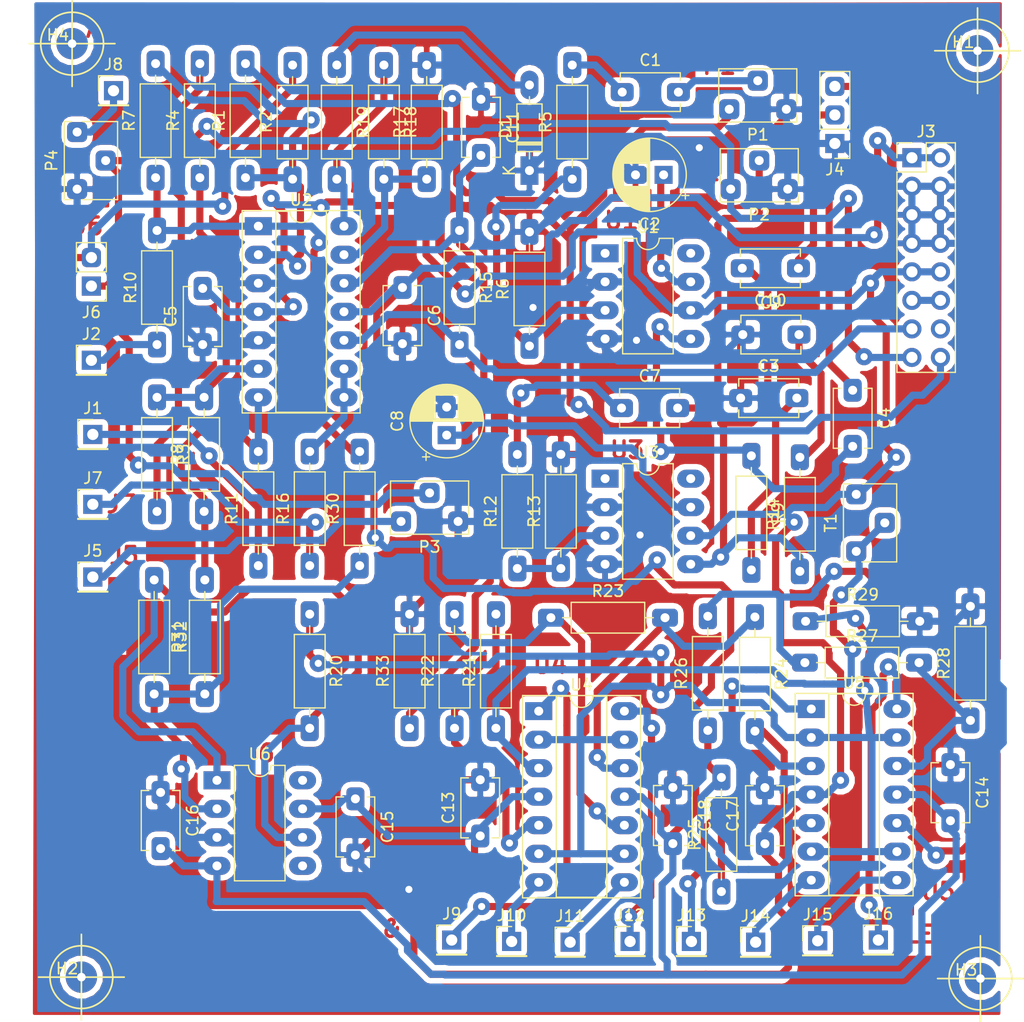
<source format=kicad_pcb>
(kicad_pcb (version 20171130) (host pcbnew "(5.0.2)-1")
  (layers (0 F.Cu signal) (31 B.Cu signal) (34 B.Paste user) (35 F.Paste user) (36 B.SilkS user) (37 F.SilkS user) (38 B.Mask user) (39 F.Mask user) (44 Edge.Cuts user))
  (net 0 "")
  (net 1 "Net-(C1-Pad1)")
  (net 2 "Net-(C1-Pad2)")
  (net 3 GND)
  (net 4 "Net-(C2-Pad1)")
  (net 5 "Net-(C3-Pad2)")
  (net 6 L-Out)
  (net 7 "Net-(C4-Pad2)")
  (net 8 "Net-(C7-Pad2)")
  (net 9 R-Out)
  (net 10 "Net-(C9-Pad2)")
  (net 11 "Net-(D1-Pad2)")
  (net 12 "Net-(J2-Pad1)")
  (net 13 -12V)
  (net 14 +12V)
  (net 15 StripeAux)
  (net 16 StripeR)
  (net 17 StripeL)
  (net 18 AuxRetL)
  (net 19 AuxRetR)
  (net 20 "Net-(J7-Pad1)")
  (net 21 "Net-(R1-Pad1)")
  (net 22 "Net-(R12-Pad1)")
  (net 23 "Net-(R16-Pad2)")
  (net 24 "Net-(R17-Pad1)")
  (net 25 "Net-(R18-Pad1)")
  (net 26 "Net-(U1-Pad1)")
  (net 27 "Net-(U1-Pad8)")
  (net 28 "Net-(J5-Pad1)")
  (net 29 "Net-(J8-Pad1)")
  (net 30 "Net-(C7-Pad1)")
  (net 31 "Net-(C8-Pad1)")
  (net 32 "Net-(C10-Pad2)")
  (net 33 "Net-(C11-Pad2)")
  (net 34 "Net-(D2-Pad1)")
  (net 35 "Net-(J1-Pad1)")
  (net 36 "Net-(J3-Pad11)")
  (net 37 "Net-(J3-Pad14)")
  (net 38 "Net-(J9-Pad1)")
  (net 39 "Net-(J10-Pad1)")
  (net 40 "Net-(J11-Pad1)")
  (net 41 "Net-(J12-Pad1)")
  (net 42 "Net-(J13-Pad1)")
  (net 43 "Net-(J14-Pad1)")
  (net 44 "Net-(J15-Pad1)")
  (net 45 "Net-(J16-Pad1)")
  (net 46 "Net-(R3-Pad1)")
  (net 47 "Net-(R5-Pad1)")
  (net 48 "Net-(R20-Pad1)")
  (net 49 MixIn)
  (net 50 "Net-(R21-Pad2)")
  (net 51 "Net-(R21-Pad1)")
  (net 52 "Net-(R22-Pad2)")
  (net 53 "Net-(R23-Pad2)")
  (net 54 "Net-(R24-Pad2)")
  (net 55 "Net-(R25-Pad2)")
  (net 56 "Net-(R26-Pad2)")
  (net 57 "Net-(R27-Pad2)")
  (net 58 "Net-(R30-Pad1)")
  (net 59 "Net-(U3-Pad8)")
  (net 60 "Net-(U3-Pad1)")
  (net 61 VU_LIN)
  (net 62 VU_RIN)
  (net 63 "Net-(U6-Pad1)")
  (net 64 "Net-(U6-Pad5)")
  (net 65 "Net-(U6-Pad8)")
  (module Package_DIP:DIP-8_W7.62mm_LongPads (layer F.Cu) (at 121.158 130.3655)
    (fp_text reference U6 (at 3.81 -2.33) (layer F.SilkS))
    (fp_text value TL071)
    (pad 1 thru_hole rect (at 0 0) (size 2.4 1.6) (drill 0.8) (layers *.Cu *.Mask) (net 63 "Net-(U6-Pad1)"))
    (pad 5 thru_hole oval (at 7.62 7.62) (size 2.4 1.6) (drill 0.8) (layers *.Cu *.Mask) (net 64 "Net-(U6-Pad5)"))
    (pad 2 thru_hole oval (at 0 2.54) (size 2.4 1.6) (drill 0.8) (layers *.Cu *.Mask) (net 58 "Net-(R30-Pad1)"))
    (pad 6 thru_hole oval (at 7.62 5.08) (size 2.4 1.6) (drill 0.8) (layers *.Cu *.Mask) (net 49 MixIn))
    (pad 3 thru_hole oval (at 0 5.08) (size 2.4 1.6) (drill 0.8) (layers *.Cu *.Mask) (net 3 GND))
    (pad 7 thru_hole oval (at 7.62 2.54) (size 2.4 1.6) (drill 0.8) (layers *.Cu *.Mask) (net 14 +12V))
    (pad 4 thru_hole oval (at 0 7.62) (size 2.4 1.6) (drill 0.8) (layers *.Cu *.Mask) (net 13 -12V))
    (pad 8 thru_hole oval (at 7.62 0) (size 2.4 1.6) (drill 0.8) (layers *.Cu *.Mask) (net 65 "Net-(U6-Pad8)"))
  )
  (module NilsLib:Kondensator_Keramik (layer F.Cu) (at 157.226 69.088)
    (fp_text reference C1 (at 2.5 -2.85) (layer F.SilkS))
    (fp_text value 220n)
    (pad 2 thru_hole roundrect (at 5 0) (size 2.032 1.6) (drill 0.8) (layers *.Cu *.Mask) (net 2 "Net-(C1-Pad2)"))
    (pad 1 thru_hole roundrect (at 0 0) (size 2.032 1.6) (drill 0.8) (layers *.Cu *.Mask) (net 1 "Net-(C1-Pad1)"))
  )
  (module NilsLib:Elko_D6.3mm_P2.50mm (layer F.Cu) (at 160.909 76.454 180)
    (fp_text reference C2 (at 1.25 -4.4 180) (layer F.SilkS))
    (fp_text value 10u)
    (pad 2 thru_hole roundrect (at 2.5 0 180) (size 2.032 1.6) (drill 0.8) (layers *.Cu *.Mask) (net 3 GND))
    (pad 1 thru_hole rect (at 0 0 180) (size 1.6 1.6) (drill 0.8) (layers *.Cu *.Mask) (net 4 "Net-(C2-Pad1)"))
  )
  (module NilsLib:Kondensator_Keramik (layer F.Cu) (at 167.767 96.3295)
    (fp_text reference C3 (at 2.5 -2.85) (layer F.SilkS))
    (fp_text value 100n)
    (pad 1 thru_hole roundrect (at 0 0) (size 2.032 1.6) (drill 0.8) (layers *.Cu *.Mask) (net 3 GND))
    (pad 2 thru_hole roundrect (at 5 0) (size 2.032 1.6) (drill 0.8) (layers *.Cu *.Mask) (net 5 "Net-(C3-Pad2)"))
  )
  (module NilsLib:Kondensator_Keramik (layer F.Cu) (at 177.7365 95.631 270)
    (fp_text reference C4 (at 2.5 -2.85 270) (layer F.SilkS))
    (fp_text value 10u)
    (pad 2 thru_hole roundrect (at 5 0 270) (size 2.032 1.6) (drill 0.8) (layers *.Cu *.Mask) (net 7 "Net-(C4-Pad2)"))
    (pad 1 thru_hole roundrect (at 0 0 270) (size 2.032 1.6) (drill 0.8) (layers *.Cu *.Mask) (net 6 L-Out))
  )
  (module NilsLib:Kondensator_Keramik (layer F.Cu) (at 119.888 91.567 90)
    (fp_text reference C5 (at 2.5 -2.85 90) (layer F.SilkS))
    (fp_text value 100n)
    (pad 1 thru_hole roundrect (at 0 0 90) (size 2.032 1.6) (drill 0.8) (layers *.Cu *.Mask) (net 3 GND))
    (pad 2 thru_hole roundrect (at 5 0 90) (size 2.032 1.6) (drill 0.8) (layers *.Cu *.Mask) (net 14 +12V))
  )
  (module NilsLib:Kondensator_Keramik (layer F.Cu) (at 137.668 86.487 270)
    (fp_text reference C6 (at 2.5 -2.85 270) (layer F.SilkS))
    (fp_text value 100n)
    (pad 2 thru_hole roundrect (at 5 0 270) (size 2.032 1.6) (drill 0.8) (layers *.Cu *.Mask) (net 3 GND))
    (pad 1 thru_hole roundrect (at 0 0 270) (size 2.032 1.6) (drill 0.8) (layers *.Cu *.Mask) (net 13 -12V))
  )
  (module NilsLib:Kondensator_Keramik (layer F.Cu) (at 157.1625 97.2185)
    (fp_text reference C7 (at 2.5 -2.85) (layer F.SilkS))
    (fp_text value 220n)
    (pad 2 thru_hole roundrect (at 5 0) (size 2.032 1.6) (drill 0.8) (layers *.Cu *.Mask) (net 8 "Net-(C7-Pad2)"))
    (pad 1 thru_hole roundrect (at 0 0) (size 2.032 1.6) (drill 0.8) (layers *.Cu *.Mask) (net 30 "Net-(C7-Pad1)"))
  )
  (module NilsLib:Elko_D6.3mm_P2.50mm (layer F.Cu) (at 141.605 99.6315 90)
    (fp_text reference C8 (at 1.25 -4.4 90) (layer F.SilkS))
    (fp_text value 10u)
    (pad 1 thru_hole rect (at 0 0 90) (size 1.6 1.6) (drill 0.8) (layers *.Cu *.Mask) (net 31 "Net-(C8-Pad1)"))
    (pad 2 thru_hole roundrect (at 2.5 0 90) (size 2.032 1.6) (drill 0.8) (layers *.Cu *.Mask) (net 3 GND))
  )
  (module NilsLib:Kondensator_Keramik (layer F.Cu) (at 167.9575 90.678)
    (fp_text reference C9 (at 2.5 -2.85) (layer F.SilkS))
    (fp_text value 100n)
    (pad 1 thru_hole roundrect (at 0 0) (size 2.032 1.6) (drill 0.8) (layers *.Cu *.Mask) (net 3 GND))
    (pad 2 thru_hole roundrect (at 5 0) (size 2.032 1.6) (drill 0.8) (layers *.Cu *.Mask) (net 10 "Net-(C9-Pad2)"))
  )
  (module NilsLib:Kondensator_Keramik (layer F.Cu) (at 172.9105 84.7725 180)
    (fp_text reference C10 (at 2.5 -2.85 180) (layer F.SilkS))
    (fp_text value 10u)
    (pad 1 thru_hole roundrect (at 0 0 180) (size 2.032 1.6) (drill 0.8) (layers *.Cu *.Mask) (net 9 R-Out))
    (pad 2 thru_hole roundrect (at 5 0 180) (size 2.032 1.6) (drill 0.8) (layers *.Cu *.Mask) (net 32 "Net-(C10-Pad2)"))
  )
  (module NilsLib:Kondensator_Keramik (layer F.Cu) (at 144.653 69.723 270)
    (fp_text reference C11 (at 2.5 -2.85 270) (layer F.SilkS))
    (fp_text value 100n)
    (pad 2 thru_hole roundrect (at 5 0 270) (size 2.032 1.6) (drill 0.8) (layers *.Cu *.Mask) (net 33 "Net-(C11-Pad2)"))
    (pad 1 thru_hole roundrect (at 0 0 270) (size 2.032 1.6) (drill 0.8) (layers *.Cu *.Mask) (net 3 GND))
  )
  (module NilsLib:Kondensator_Keramik (layer F.Cu) (at 144.5895 135.3185 90)
    (fp_text reference C13 (at 2.5 -2.85 90) (layer F.SilkS))
    (fp_text value 100n)
    (pad 2 thru_hole roundrect (at 5 0 90) (size 2.032 1.6) (drill 0.8) (layers *.Cu *.Mask) (net 3 GND))
    (pad 1 thru_hole roundrect (at 0 0 90) (size 2.032 1.6) (drill 0.8) (layers *.Cu *.Mask) (net 14 +12V))
  )
  (module NilsLib:Kondensator_Keramik (layer F.Cu) (at 186.436 128.9685 270)
    (fp_text reference C14 (at 2.5 -2.85 270) (layer F.SilkS))
    (fp_text value 100n)
    (pad 2 thru_hole roundrect (at 5 0 270) (size 2.032 1.6) (drill 0.8) (layers *.Cu *.Mask) (net 13 -12V))
    (pad 1 thru_hole roundrect (at 0 0 270) (size 2.032 1.6) (drill 0.8) (layers *.Cu *.Mask) (net 3 GND))
  )
  (module NilsLib:Kondensator_Keramik (layer F.Cu) (at 133.477 132.0165 270)
    (fp_text reference C15 (at 2.5 -2.85 270) (layer F.SilkS))
    (fp_text value 100n)
    (pad 1 thru_hole roundrect (at 0 0 270) (size 2.032 1.6) (drill 0.8) (layers *.Cu *.Mask) (net 14 +12V))
    (pad 2 thru_hole roundrect (at 5 0 270) (size 2.032 1.6) (drill 0.8) (layers *.Cu *.Mask) (net 3 GND))
  )
  (module NilsLib:Kondensator_Keramik (layer F.Cu) (at 116.1415 131.445 270)
    (fp_text reference C16 (at 2.5 -2.85 270) (layer F.SilkS))
    (fp_text value 100n)
    (pad 1 thru_hole roundrect (at 0 0 270) (size 2.032 1.6) (drill 0.8) (layers *.Cu *.Mask) (net 3 GND))
    (pad 2 thru_hole roundrect (at 5 0 270) (size 2.032 1.6) (drill 0.8) (layers *.Cu *.Mask) (net 13 -12V))
  )
  (module NilsLib:Kondensator_Keramik (layer F.Cu) (at 169.926 136.017 90)
    (fp_text reference C17 (at 2.5 -2.85 90) (layer F.SilkS))
    (fp_text value 100n)
    (pad 1 thru_hole roundrect (at 0 0 90) (size 2.032 1.6) (drill 0.8) (layers *.Cu *.Mask) (net 14 +12V))
    (pad 2 thru_hole roundrect (at 5 0 90) (size 2.032 1.6) (drill 0.8) (layers *.Cu *.Mask) (net 3 GND))
  )
  (module NilsLib:Kondensator_Keramik (layer F.Cu) (at 161.7345 131.0005 270)
    (fp_text reference C18 (at 2.5 -2.85 270) (layer F.SilkS))
    (fp_text value 100n)
    (pad 1 thru_hole roundrect (at 0 0 270) (size 2.032 1.6) (drill 0.8) (layers *.Cu *.Mask) (net 3 GND))
    (pad 2 thru_hole roundrect (at 5 0 270) (size 2.032 1.6) (drill 0.8) (layers *.Cu *.Mask) (net 13 -12V))
  )
  (module NilsLib:Diode_Horizontal (layer F.Cu) (at 148.971 76.073 90)
    (fp_text reference D1 (at 3.81 -2.12 90) (layer F.SilkS))
    (fp_text value LED)
    (fp_text user K (at 0 -1.8 90) (layer F.SilkS))
    (pad 1 thru_hole rect (at 0 0 90) (size 2.54 1.6) (drill 0.8) (layers *.Cu *.Mask) (net 3 GND))
    (pad 2 thru_hole oval (at 7.62 0 90) (size 2.54 1.6) (drill 0.8) (layers *.Cu *.Mask) (net 11 "Net-(D1-Pad2)"))
  )
  (module NilsLib:MountHole (layer F.Cu) (at 187.579 64.135)
    (fp_text reference H1 (at 0 0.5) (layer F.SilkS))
    (fp_text value MountingHole)
    (pad 1 thru_hole circle (at 1.27 1.27) (size 2.794 2.794) (drill 0.762) (layers *.Cu *.Mask))
  )
  (module NilsLib:MountHole (layer F.Cu) (at 107.823 146.6215)
    (fp_text reference H2 (at 0 0.5) (layer F.SilkS))
    (fp_text value MountingHole)
    (pad 1 thru_hole circle (at 1.27 1.27) (size 2.794 2.794) (drill 0.762) (layers *.Cu *.Mask))
  )
  (module NilsLib:MountHole (layer F.Cu) (at 187.833 146.7485)
    (fp_text reference H3 (at 0 0.5) (layer F.SilkS))
    (fp_text value MountingHole)
    (pad 1 thru_hole circle (at 1.27 1.27) (size 2.794 2.794) (drill 0.762) (layers *.Cu *.Mask))
  )
  (module NilsLib:MountHole (layer F.Cu) (at 106.9975 63.5)
    (fp_text reference H4 (at 0 0.5) (layer F.SilkS))
    (fp_text value MountingHole)
    (pad 1 thru_hole circle (at 1.27 1.27) (size 2.794 2.794) (drill 0.762) (layers *.Cu *.Mask))
  )
  (module NilsLib:Stift (layer F.Cu) (at 110.109 99.568)
    (fp_text reference J1 (at 0 -2.33) (layer F.SilkS))
    (fp_text value MasterOutRight)
    (pad 1 thru_hole rect (at 0 0) (size 1.7 1.7) (drill 1) (layers *.Cu *.Mask) (net 35 "Net-(J1-Pad1)"))
  )
  (module NilsLib:Stift (layer F.Cu) (at 109.982 92.964)
    (fp_text reference J2 (at 0 -2.33) (layer F.SilkS))
    (fp_text value MasterOutLeft)
    (pad 1 thru_hole rect (at 0 0) (size 1.7 1.7) (drill 1) (layers *.Cu *.Mask) (net 12 "Net-(J2-Pad1)"))
  )
  (module Connector_PinHeader_2.54mm:PinHeader_2x08_P2.54mm_Vertical (layer F.Cu) (at 183.007 74.93)
    (fp_text reference J3 (at 1.27 -2.33) (layer F.SilkS))
    (fp_text value Conn_02x08_Odd_Even)
    (pad 1 thru_hole rect (at 0 0) (size 1.7 1.7) (drill 1) (layers *.Cu *.Mask) (net 13 -12V))
    (pad 2 thru_hole oval (at 2.54 0) (size 1.7 1.7) (drill 1) (layers *.Cu *.Mask) (net 13 -12V))
    (pad 3 thru_hole oval (at 0 2.54) (size 1.7 1.7) (drill 1) (layers *.Cu *.Mask) (net 3 GND))
    (pad 4 thru_hole oval (at 2.54 2.54) (size 1.7 1.7) (drill 1) (layers *.Cu *.Mask) (net 3 GND))
    (pad 5 thru_hole oval (at 0 5.08) (size 1.7 1.7) (drill 1) (layers *.Cu *.Mask) (net 3 GND))
    (pad 6 thru_hole oval (at 2.54 5.08) (size 1.7 1.7) (drill 1) (layers *.Cu *.Mask) (net 3 GND))
    (pad 7 thru_hole oval (at 0 7.62) (size 1.7 1.7) (drill 1) (layers *.Cu *.Mask) (net 3 GND))
    (pad 8 thru_hole oval (at 2.54 7.62) (size 1.7 1.7) (drill 1) (layers *.Cu *.Mask) (net 3 GND))
    (pad 9 thru_hole oval (at 0 10.16) (size 1.7 1.7) (drill 1) (layers *.Cu *.Mask) (net 14 +12V))
    (pad 10 thru_hole oval (at 2.54 10.16) (size 1.7 1.7) (drill 1) (layers *.Cu *.Mask) (net 14 +12V))
    (pad 11 thru_hole oval (at 0 12.7) (size 1.7 1.7) (drill 1) (layers *.Cu *.Mask) (net 36 "Net-(J3-Pad11)"))
    (pad 12 thru_hole oval (at 2.54 12.7) (size 1.7 1.7) (drill 1) (layers *.Cu *.Mask) (net 36 "Net-(J3-Pad11)"))
    (pad 13 thru_hole oval (at 0 15.24) (size 1.7 1.7) (drill 1) (layers *.Cu *.Mask) (net 15 StripeAux))
    (pad 14 thru_hole oval (at 2.54 15.24) (size 1.7 1.7) (drill 1) (layers *.Cu *.Mask) (net 37 "Net-(J3-Pad14)"))
    (pad 15 thru_hole oval (at 0 17.78) (size 1.7 1.7) (drill 1) (layers *.Cu *.Mask) (net 16 StripeR))
    (pad 16 thru_hole oval (at 2.54 17.78) (size 1.7 1.7) (drill 1) (layers *.Cu *.Mask) (net 17 StripeL))
  )
  (module NilsLib:Stift_0x3 (layer F.Cu) (at 176.149 73.66 180)
    (fp_text reference J4 (at 0 -2.33 180) (layer F.SilkS))
    (fp_text value StereoHeadPhone)
    (pad 1 thru_hole rect (at 0 0 180) (size 1.7 1.7) (drill 1) (layers *.Cu *.Mask) (net 3 GND))
    (pad 2 thru_hole roundrect (at 0 2.54 180) (size 1.7 1.7) (drill 1) (layers *.Cu *.Mask) (net 9 R-Out))
    (pad 3 thru_hole roundrect (at 0 5.08 180) (size 1.7 1.7) (drill 1) (layers *.Cu *.Mask) (net 6 L-Out))
  )
  (module NilsLib:Stift (layer F.Cu) (at 110.109 112.268)
    (fp_text reference J5 (at 0 -2.33) (layer F.SilkS))
    (fp_text value AuxRetL)
    (pad 1 thru_hole rect (at 0 0) (size 1.7 1.7) (drill 1) (layers *.Cu *.Mask) (net 28 "Net-(J5-Pad1)"))
  )
  (module NilsLib:Stift_x02 (layer F.Cu) (at 109.982 86.36 180)
    (fp_text reference J6 (at 0 -2.33 180) (layer F.SilkS))
    (fp_text value "Return Mono")
    (pad 1 thru_hole rect (at 0 0 180) (size 1.7 1.7) (drill 1) (layers *.Cu *.Mask) (net 19 AuxRetR))
    (pad 2 thru_hole roundrect (at 0 2.54 180) (size 1.7 1.7) (drill 1) (layers *.Cu *.Mask) (net 18 AuxRetL))
  )
  (module NilsLib:Stift (layer F.Cu) (at 110.109 105.791)
    (fp_text reference J7 (at 0 -2.33) (layer F.SilkS))
    (fp_text value AuxSend)
    (pad 1 thru_hole rect (at 0 0) (size 1.7 1.7) (drill 1) (layers *.Cu *.Mask) (net 20 "Net-(J7-Pad1)"))
  )
  (module NilsLib:Stift (layer F.Cu) (at 111.9505 68.961)
    (fp_text reference J8 (at 0 -2.33) (layer F.SilkS))
    (fp_text value AuxRetR)
    (pad 1 thru_hole rect (at 0 0) (size 1.7 1.7) (drill 1) (layers *.Cu *.Mask) (net 29 "Net-(J8-Pad1)"))
  )
  (module NilsLib:Stift (layer F.Cu) (at 142.0495 144.5895)
    (fp_text reference J9 (at 0 -2.33) (layer F.SilkS))
    (fp_text value LED_1)
    (pad 1 thru_hole rect (at 0 0) (size 1.7 1.7) (drill 1) (layers *.Cu *.Mask) (net 38 "Net-(J9-Pad1)"))
  )
  (module NilsLib:Stift (layer F.Cu) (at 147.3835 144.7165)
    (fp_text reference J10 (at 0 -2.33) (layer F.SilkS))
    (fp_text value LED_2)
    (pad 1 thru_hole rect (at 0 0) (size 1.7 1.7) (drill 1) (layers *.Cu *.Mask) (net 39 "Net-(J10-Pad1)"))
  )
  (module NilsLib:Stift (layer F.Cu) (at 152.5905 144.78)
    (fp_text reference J11 (at 0 -2.33) (layer F.SilkS))
    (fp_text value LED_3)
    (pad 1 thru_hole rect (at 0 0) (size 1.7 1.7) (drill 1) (layers *.Cu *.Mask) (net 40 "Net-(J11-Pad1)"))
  )
  (module NilsLib:Stift (layer F.Cu) (at 157.9245 144.7165)
    (fp_text reference J12 (at 0 -2.33) (layer F.SilkS))
    (fp_text value LED_4)
    (pad 1 thru_hole rect (at 0 0) (size 1.7 1.7) (drill 1) (layers *.Cu *.Mask) (net 41 "Net-(J12-Pad1)"))
  )
  (module NilsLib:Stift (layer F.Cu) (at 163.3855 144.7165)
    (fp_text reference J13 (at 0 -2.33) (layer F.SilkS))
    (fp_text value LED_5)
    (pad 1 thru_hole rect (at 0 0) (size 1.7 1.7) (drill 1) (layers *.Cu *.Mask) (net 42 "Net-(J13-Pad1)"))
  )
  (module NilsLib:Stift (layer F.Cu) (at 169.1005 144.78)
    (fp_text reference J14 (at 0 -2.33) (layer F.SilkS))
    (fp_text value LED_6)
    (pad 1 thru_hole rect (at 0 0) (size 1.7 1.7) (drill 1) (layers *.Cu *.Mask) (net 43 "Net-(J14-Pad1)"))
  )
  (module NilsLib:Stift (layer F.Cu) (at 174.625 144.653)
    (fp_text reference J15 (at 0 -2.33) (layer F.SilkS))
    (fp_text value LED_7)
    (pad 1 thru_hole rect (at 0 0) (size 1.7 1.7) (drill 1) (layers *.Cu *.Mask) (net 44 "Net-(J15-Pad1)"))
  )
  (module NilsLib:Stift (layer F.Cu) (at 180.0225 144.5895)
    (fp_text reference J16 (at 0 -2.33) (layer F.SilkS))
    (fp_text value LED_8)
    (pad 1 thru_hole rect (at 0 0) (size 1.7 1.7) (drill 1) (layers *.Cu *.Mask) (net 45 "Net-(J16-Pad1)"))
  )
  (module NilsLib:Trimmer_Vertical (layer F.Cu) (at 166.751 70.612 180)
    (fp_text reference P1 (at -2.54 -2.27 180) (layer F.SilkS))
    (fp_text value 50k)
    (pad 3 thru_hole roundrect (at -5.08 0 180) (size 1.778 1.778) (drill 0.8) (layers *.Cu *.Mask) (net 3 GND))
    (pad 2 thru_hole roundrect (at -2.54 2.54 180) (size 1.778 1.778) (drill 0.8) (layers *.Cu *.Mask) (net 2 "Net-(C1-Pad2)"))
    (pad 1 thru_hole roundrect (at 0 0 180) (size 1.778 1.778) (drill 0.8) (layers *.Cu *.Mask) (net 17 StripeL))
  )
  (module NilsLib:Trimmer_Vertical (layer F.Cu) (at 166.878 77.724 180)
    (fp_text reference P2 (at -2.54 -2.27 180) (layer F.SilkS))
    (fp_text value 50k)
    (pad 3 thru_hole roundrect (at -5.08 0 180) (size 1.778 1.778) (drill 0.8) (layers *.Cu *.Mask) (net 3 GND))
    (pad 2 thru_hole roundrect (at -2.54 2.54 180) (size 1.778 1.778) (drill 0.8) (layers *.Cu *.Mask) (net 8 "Net-(C7-Pad2)"))
    (pad 1 thru_hole roundrect (at 0 0 180) (size 1.778 1.778) (drill 0.8) (layers *.Cu *.Mask) (net 16 StripeR))
  )
  (module NilsLib:Trimmer_Vertical (layer F.Cu) (at 137.541 107.315 180)
    (fp_text reference P3 (at -2.54 -2.27 180) (layer F.SilkS))
    (fp_text value 50k)
    (pad 1 thru_hole roundrect (at 0 0 180) (size 1.778 1.778) (drill 0.8) (layers *.Cu *.Mask) (net 28 "Net-(J5-Pad1)"))
    (pad 2 thru_hole roundrect (at -2.54 2.54 180) (size 1.778 1.778) (drill 0.8) (layers *.Cu *.Mask) (net 18 AuxRetL))
    (pad 3 thru_hole roundrect (at -5.08 0 180) (size 1.778 1.778) (drill 0.8) (layers *.Cu *.Mask) (net 3 GND))
  )
  (module NilsLib:Trimmer_Vertical (layer F.Cu) (at 108.712 72.644 90)
    (fp_text reference P4 (at -2.54 -2.27 90) (layer F.SilkS))
    (fp_text value 50k)
    (pad 1 thru_hole roundrect (at 0 0 90) (size 1.778 1.778) (drill 0.8) (layers *.Cu *.Mask) (net 29 "Net-(J8-Pad1)"))
    (pad 2 thru_hole roundrect (at -2.54 2.54 90) (size 1.778 1.778) (drill 0.8) (layers *.Cu *.Mask) (net 19 AuxRetR))
    (pad 3 thru_hole roundrect (at -5.08 0 90) (size 1.778 1.778) (drill 0.8) (layers *.Cu *.Mask) (net 3 GND))
  )
  (module NilsLib:Widerstand_liegend (layer F.Cu) (at 123.698 76.708 90)
    (fp_text reference R1 (at 5.08 -2.37 90) (layer F.SilkS))
    (fp_text value 100k)
    (pad 2 thru_hole roundrect (at 10.16 0 90) (size 2.286 1.6) (drill 0.8) (layers *.Cu *.Mask) (net 17 StripeL))
    (pad 1 thru_hole roundrect (at 0 0 90) (size 2.286 1.6) (drill 0.8) (layers *.Cu *.Mask) (net 21 "Net-(R1-Pad1)"))
  )
  (module NilsLib:Widerstand_liegend (layer F.Cu) (at 127.889 76.835 90)
    (fp_text reference R2 (at 5.08 -2.37 90) (layer F.SilkS))
    (fp_text value 100k)
    (pad 1 thru_hole roundrect (at 0 0 90) (size 2.286 1.6) (drill 0.8) (layers *.Cu *.Mask) (net 21 "Net-(R1-Pad1)"))
    (pad 2 thru_hole roundrect (at 10.16 0 90) (size 2.286 1.6) (drill 0.8) (layers *.Cu *.Mask) (net 18 AuxRetL))
  )
  (module NilsLib:Widerstand_liegend (layer F.Cu) (at 115.824 96.266 270)
    (fp_text reference R3 (at 5.08 -2.37 270) (layer F.SilkS))
    (fp_text value 100k)
    (pad 2 thru_hole roundrect (at 10.16 0 270) (size 2.286 1.6) (drill 0.8) (layers *.Cu *.Mask) (net 16 StripeR))
    (pad 1 thru_hole roundrect (at 0 0 270) (size 2.286 1.6) (drill 0.8) (layers *.Cu *.Mask) (net 46 "Net-(R3-Pad1)"))
  )
  (module NilsLib:Widerstand_liegend (layer F.Cu) (at 119.634 76.708 90)
    (fp_text reference R4 (at 5.08 -2.37 90) (layer F.SilkS))
    (fp_text value 100k)
    (pad 1 thru_hole roundrect (at 0 0 90) (size 2.286 1.6) (drill 0.8) (layers *.Cu *.Mask) (net 46 "Net-(R3-Pad1)"))
    (pad 2 thru_hole roundrect (at 10.16 0 90) (size 2.286 1.6) (drill 0.8) (layers *.Cu *.Mask) (net 19 AuxRetR))
  )
  (module NilsLib:Widerstand_liegend (layer F.Cu) (at 152.781 76.835 90)
    (fp_text reference R5 (at 5.08 -2.37 90) (layer F.SilkS))
    (fp_text value 10k)
    (pad 2 thru_hole roundrect (at 10.16 0 90) (size 2.286 1.6) (drill 0.8) (layers *.Cu *.Mask) (net 1 "Net-(C1-Pad1)"))
    (pad 1 thru_hole roundrect (at 0 0 90) (size 2.286 1.6) (drill 0.8) (layers *.Cu *.Mask) (net 47 "Net-(R5-Pad1)"))
  )
  (module NilsLib:Widerstand_liegend (layer F.Cu) (at 148.971 91.694 90)
    (fp_text reference R6 (at 5.08 -2.37 90) (layer F.SilkS))
    (fp_text value 100k)
    (pad 1 thru_hole roundrect (at 0 0 90) (size 2.286 1.6) (drill 0.8) (layers *.Cu *.Mask) (net 47 "Net-(R5-Pad1)"))
    (pad 2 thru_hole roundrect (at 10.16 0 90) (size 2.286 1.6) (drill 0.8) (layers *.Cu *.Mask) (net 3 GND))
  )
  (module NilsLib:Widerstand_liegend (layer F.Cu) (at 115.697 76.708 90)
    (fp_text reference R7 (at 5.08 -2.37 90) (layer F.SilkS))
    (fp_text value 100k)
    (pad 2 thru_hole roundrect (at 10.16 0 90) (size 2.286 1.6) (drill 0.8) (layers *.Cu *.Mask) (net 21 "Net-(R1-Pad1)"))
    (pad 1 thru_hole roundrect (at 0 0 90) (size 2.286 1.6) (drill 0.8) (layers *.Cu *.Mask) (net 61 VU_LIN))
  )
  (module NilsLib:Widerstand_liegend (layer F.Cu) (at 120.015 106.426 90)
    (fp_text reference R8 (at 5.08 -2.37 90) (layer F.SilkS))
    (fp_text value 100k)
    (pad 2 thru_hole roundrect (at 10.16 0 90) (size 2.286 1.6) (drill 0.8) (layers *.Cu *.Mask) (net 46 "Net-(R3-Pad1)"))
    (pad 1 thru_hole roundrect (at 0 0 90) (size 2.286 1.6) (drill 0.8) (layers *.Cu *.Mask) (net 62 VU_RIN))
  )
  (module NilsLib:Widerstand_liegend (layer F.Cu) (at 168.7195 101.473 270)
    (fp_text reference R9 (at 5.08 -2.37 270) (layer F.SilkS))
    (fp_text value 10)
    (pad 1 thru_hole roundrect (at 0 0 270) (size 2.286 1.6) (drill 0.8) (layers *.Cu *.Mask) (net 7 "Net-(C4-Pad2)"))
    (pad 2 thru_hole roundrect (at 10.16 0 270) (size 2.286 1.6) (drill 0.8) (layers *.Cu *.Mask) (net 5 "Net-(C3-Pad2)"))
  )
  (module NilsLib:Widerstand_liegend (layer F.Cu) (at 115.824 91.567 90)
    (fp_text reference R10 (at 5.08 -2.37 90) (layer F.SilkS))
    (fp_text value 1k)
    (pad 1 thru_hole roundrect (at 0 0 90) (size 2.286 1.6) (drill 0.8) (layers *.Cu *.Mask) (net 12 "Net-(J2-Pad1)"))
    (pad 2 thru_hole roundrect (at 10.16 0 90) (size 2.286 1.6) (drill 0.8) (layers *.Cu *.Mask) (net 61 VU_LIN))
  )
  (module NilsLib:Widerstand_liegend (layer F.Cu) (at 124.841 111.252 90)
    (fp_text reference R11 (at 5.08 -2.37 90) (layer F.SilkS))
    (fp_text value 1k)
    (pad 2 thru_hole roundrect (at 10.16 0 90) (size 2.286 1.6) (drill 0.8) (layers *.Cu *.Mask) (net 62 VU_RIN))
    (pad 1 thru_hole roundrect (at 0 0 90) (size 2.286 1.6) (drill 0.8) (layers *.Cu *.Mask) (net 35 "Net-(J1-Pad1)"))
  )
  (module NilsLib:Widerstand_liegend (layer F.Cu) (at 147.8915 111.506 90)
    (fp_text reference R12 (at 5.08 -2.37 90) (layer F.SilkS))
    (fp_text value 10k)
    (pad 1 thru_hole roundrect (at 0 0 90) (size 2.286 1.6) (drill 0.8) (layers *.Cu *.Mask) (net 22 "Net-(R12-Pad1)"))
    (pad 2 thru_hole roundrect (at 10.16 0 90) (size 2.286 1.6) (drill 0.8) (layers *.Cu *.Mask) (net 30 "Net-(C7-Pad1)"))
  )
  (module NilsLib:Widerstand_liegend (layer F.Cu) (at 151.765 111.506 90)
    (fp_text reference R13 (at 5.08 -2.37 90) (layer F.SilkS))
    (fp_text value 100k)
    (pad 1 thru_hole roundrect (at 0 0 90) (size 2.286 1.6) (drill 0.8) (layers *.Cu *.Mask) (net 22 "Net-(R12-Pad1)"))
    (pad 2 thru_hole roundrect (at 10.16 0 90) (size 2.286 1.6) (drill 0.8) (layers *.Cu *.Mask) (net 3 GND))
  )
  (module NilsLib:Widerstand_liegend (layer F.Cu) (at 173.0375 111.76 90)
    (fp_text reference R14 (at 5.08 -2.37 90) (layer F.SilkS))
    (fp_text value 10)
    (pad 1 thru_hole roundrect (at 0 0 90) (size 2.286 1.6) (drill 0.8) (layers *.Cu *.Mask) (net 32 "Net-(C10-Pad2)"))
    (pad 2 thru_hole roundrect (at 10.16 0 90) (size 2.286 1.6) (drill 0.8) (layers *.Cu *.Mask) (net 10 "Net-(C9-Pad2)"))
  )
  (module NilsLib:Widerstand_liegend (layer F.Cu) (at 142.748 81.407 270)
    (fp_text reference R15 (at 5.08 -2.37 270) (layer F.SilkS))
    (fp_text value 100k)
    (pad 2 thru_hole roundrect (at 10.16 0 270) (size 2.286 1.6) (drill 0.8) (layers *.Cu *.Mask) (net 15 StripeAux))
    (pad 1 thru_hole roundrect (at 0 0 270) (size 2.286 1.6) (drill 0.8) (layers *.Cu *.Mask) (net 33 "Net-(C11-Pad2)"))
  )
  (module NilsLib:Widerstand_liegend (layer F.Cu) (at 129.413 111.252 90)
    (fp_text reference R16 (at 5.08 -2.37 90) (layer F.SilkS))
    (fp_text value 1k)
    (pad 2 thru_hole roundrect (at 10.16 0 90) (size 2.286 1.6) (drill 0.8) (layers *.Cu *.Mask) (net 23 "Net-(R16-Pad2)"))
    (pad 1 thru_hole roundrect (at 0 0 90) (size 2.286 1.6) (drill 0.8) (layers *.Cu *.Mask) (net 20 "Net-(J7-Pad1)"))
  )
  (module NilsLib:Widerstand_liegend (layer F.Cu) (at 139.827 76.835 90)
    (fp_text reference R17 (at 5.08 -2.37 90) (layer F.SilkS))
    (fp_text value 1k)
    (pad 1 thru_hole roundrect (at 0 0 90) (size 2.286 1.6) (drill 0.8) (layers *.Cu *.Mask) (net 24 "Net-(R17-Pad1)"))
    (pad 2 thru_hole roundrect (at 10.16 0 90) (size 2.286 1.6) (drill 0.8) (layers *.Cu *.Mask) (net 3 GND))
  )
  (module NilsLib:Widerstand_liegend (layer F.Cu) (at 136.017 66.675 270)
    (fp_text reference R18 (at 5.08 -2.37 270) (layer F.SilkS))
    (fp_text value 10k)
    (pad 1 thru_hole roundrect (at 0 0 270) (size 2.286 1.6) (drill 0.8) (layers *.Cu *.Mask) (net 25 "Net-(R18-Pad1)"))
    (pad 2 thru_hole roundrect (at 10.16 0 270) (size 2.286 1.6) (drill 0.8) (layers *.Cu *.Mask) (net 24 "Net-(R17-Pad1)"))
  )
  (module NilsLib:Widerstand_liegend (layer F.Cu) (at 131.826 66.675 270)
    (fp_text reference R19 (at 5.08 -2.37 270) (layer F.SilkS))
    (fp_text value 2k2)
    (pad 2 thru_hole roundrect (at 10.16 0 270) (size 2.286 1.6) (drill 0.8) (layers *.Cu *.Mask) (net 25 "Net-(R18-Pad1)"))
    (pad 1 thru_hole roundrect (at 0 0 270) (size 2.286 1.6) (drill 0.8) (layers *.Cu *.Mask) (net 11 "Net-(D1-Pad2)"))
  )
  (module NilsLib:Widerstand_liegend (layer F.Cu) (at 129.413 115.57 270)
    (fp_text reference R20 (at 5.08 -2.37 270) (layer F.SilkS))
    (fp_text value 10k)
    (pad 1 thru_hole roundrect (at 0 0 270) (size 2.286 1.6) (drill 0.8) (layers *.Cu *.Mask) (net 48 "Net-(R20-Pad1)"))
    (pad 2 thru_hole roundrect (at 10.16 0 270) (size 2.286 1.6) (drill 0.8) (layers *.Cu *.Mask) (net 49 MixIn))
  )
  (module NilsLib:Widerstand_liegend (layer F.Cu) (at 145.9865 125.73 90)
    (fp_text reference R21 (at 5.08 -2.37 90) (layer F.SilkS))
    (fp_text value 1k)
    (pad 2 thru_hole roundrect (at 10.16 0 90) (size 2.286 1.6) (drill 0.8) (layers *.Cu *.Mask) (net 50 "Net-(R21-Pad2)"))
    (pad 1 thru_hole roundrect (at 0 0 90) (size 2.286 1.6) (drill 0.8) (layers *.Cu *.Mask) (net 51 "Net-(R21-Pad1)"))
  )
  (module NilsLib:Widerstand_liegend (layer F.Cu) (at 142.3035 125.73 90)
    (fp_text reference R22 (at 5.08 -2.37 90) (layer F.SilkS))
    (fp_text value 1k)
    (pad 1 thru_hole roundrect (at 0 0 90) (size 2.286 1.6) (drill 0.8) (layers *.Cu *.Mask) (net 50 "Net-(R21-Pad2)"))
    (pad 2 thru_hole roundrect (at 10.16 0 90) (size 2.286 1.6) (drill 0.8) (layers *.Cu *.Mask) (net 52 "Net-(R22-Pad2)"))
  )
  (module NilsLib:Widerstand_liegend (layer F.Cu) (at 150.876 115.8875)
    (fp_text reference R23 (at 5.08 -2.37) (layer F.SilkS))
    (fp_text value 1k)
    (pad 2 thru_hole roundrect (at 10.16 0) (size 2.286 1.6) (drill 0.8) (layers *.Cu *.Mask) (net 53 "Net-(R23-Pad2)"))
    (pad 1 thru_hole roundrect (at 0 0) (size 2.286 1.6) (drill 0.8) (layers *.Cu *.Mask) (net 52 "Net-(R22-Pad2)"))
  )
  (module NilsLib:Widerstand_liegend (layer F.Cu) (at 169.037 115.824 270)
    (fp_text reference R24 (at 5.08 -2.37 270) (layer F.SilkS))
    (fp_text value 1k)
    (pad 1 thru_hole roundrect (at 0 0 270) (size 2.286 1.6) (drill 0.8) (layers *.Cu *.Mask) (net 53 "Net-(R23-Pad2)"))
    (pad 2 thru_hole roundrect (at 10.16 0 270) (size 2.286 1.6) (drill 0.8) (layers *.Cu *.Mask) (net 54 "Net-(R24-Pad2)"))
  )
  (module NilsLib:Widerstand_liegend (layer F.Cu) (at 166.0525 140.2715 90)
    (fp_text reference R25 (at 5.08 -2.37 90) (layer F.SilkS))
    (fp_text value 1k)
    (pad 2 thru_hole roundrect (at 10.16 0 90) (size 2.286 1.6) (drill 0.8) (layers *.Cu *.Mask) (net 55 "Net-(R25-Pad2)"))
    (pad 1 thru_hole roundrect (at 0 0 90) (size 2.286 1.6) (drill 0.8) (layers *.Cu *.Mask) (net 54 "Net-(R24-Pad2)"))
  )
  (module NilsLib:Widerstand_liegend (layer F.Cu) (at 164.846 125.9205 90)
    (fp_text reference R26 (at 5.08 -2.37 90) (layer F.SilkS))
    (fp_text value 1k)
    (pad 1 thru_hole roundrect (at 0 0 90) (size 2.286 1.6) (drill 0.8) (layers *.Cu *.Mask) (net 55 "Net-(R25-Pad2)"))
    (pad 2 thru_hole roundrect (at 10.16 0 90) (size 2.286 1.6) (drill 0.8) (layers *.Cu *.Mask) (net 56 "Net-(R26-Pad2)"))
  )
  (module NilsLib:Widerstand_liegend (layer F.Cu) (at 173.482 119.888)
    (fp_text reference R27 (at 5.08 -2.37) (layer F.SilkS))
    (fp_text value 1k)
    (pad 2 thru_hole roundrect (at 10.16 0) (size 2.286 1.6) (drill 0.8) (layers *.Cu *.Mask) (net 57 "Net-(R27-Pad2)"))
    (pad 1 thru_hole roundrect (at 0 0) (size 2.286 1.6) (drill 0.8) (layers *.Cu *.Mask) (net 56 "Net-(R26-Pad2)"))
  )
  (module NilsLib:Widerstand_liegend (layer F.Cu) (at 188.214 125.0315 90)
    (fp_text reference R28 (at 5.08 -2.37 90) (layer F.SilkS))
    (fp_text value 1k)
    (pad 1 thru_hole roundrect (at 0 0 90) (size 2.286 1.6) (drill 0.8) (layers *.Cu *.Mask) (net 57 "Net-(R27-Pad2)"))
    (pad 2 thru_hole roundrect (at 10.16 0 90) (size 2.286 1.6) (drill 0.8) (layers *.Cu *.Mask) (net 3 GND))
  )
  (module NilsLib:Widerstand_liegend (layer F.Cu) (at 173.5455 116.205)
    (fp_text reference R29 (at 5.08 -2.37) (layer F.SilkS))
    (fp_text value 10k)
    (pad 2 thru_hole roundrect (at 10.16 0) (size 2.286 1.6) (drill 0.8) (layers *.Cu *.Mask) (net 3 GND))
    (pad 1 thru_hole roundrect (at 0 0) (size 2.286 1.6) (drill 0.8) (layers *.Cu *.Mask) (net 48 "Net-(R20-Pad1)"))
  )
  (module NilsLib:Widerstand_liegend (layer F.Cu) (at 133.858 111.252 90)
    (fp_text reference R30 (at 5.08 -2.37 90) (layer F.SilkS))
    (fp_text value 100k)
    (pad 2 thru_hole roundrect (at 10.16 0 90) (size 2.286 1.6) (drill 0.8) (layers *.Cu *.Mask) (net 61 VU_LIN))
    (pad 1 thru_hole roundrect (at 0 0 90) (size 2.286 1.6) (drill 0.8) (layers *.Cu *.Mask) (net 58 "Net-(R30-Pad1)"))
  )
  (module NilsLib:Widerstand_liegend (layer F.Cu) (at 120.0785 122.682 90)
    (fp_text reference R31 (at 5.08 -2.37 90) (layer F.SilkS))
    (fp_text value 100k)
    (pad 1 thru_hole roundrect (at 0 0 90) (size 2.286 1.6) (drill 0.8) (layers *.Cu *.Mask) (net 58 "Net-(R30-Pad1)"))
    (pad 2 thru_hole roundrect (at 10.16 0 90) (size 2.286 1.6) (drill 0.8) (layers *.Cu *.Mask) (net 62 VU_RIN))
  )
  (module NilsLib:Widerstand_liegend (layer F.Cu) (at 115.57 112.522 270)
    (fp_text reference R32 (at 5.08 -2.37 270) (layer F.SilkS))
    (fp_text value 150k)
    (pad 1 thru_hole roundrect (at 0 0 270) (size 2.286 1.6) (drill 0.8) (layers *.Cu *.Mask) (net 49 MixIn))
    (pad 2 thru_hole roundrect (at 10.16 0 270) (size 2.286 1.6) (drill 0.8) (layers *.Cu *.Mask) (net 58 "Net-(R30-Pad1)"))
  )
  (module NilsLib:Widerstand_liegend (layer F.Cu) (at 138.303 125.73 90)
    (fp_text reference R33 (at 5.08 -2.37 90) (layer F.SilkS))
    (fp_text value 1M)
    (pad 1 thru_hole roundrect (at 0 0 90) (size 2.286 1.6) (drill 0.8) (layers *.Cu *.Mask) (net 33 "Net-(C11-Pad2)"))
    (pad 2 thru_hole roundrect (at 10.16 0 90) (size 2.286 1.6) (drill 0.8) (layers *.Cu *.Mask) (net 3 GND))
  )
  (module NilsLib:Trimmer_Vertical (layer F.Cu) (at 178.054 104.902 90)
    (fp_text reference T1 (at -2.54 -2.27 90) (layer F.SilkS))
    (fp_text value 50k)
    (pad 1 thru_hole roundrect (at 0 0 90) (size 1.778 1.778) (drill 0.8) (layers *.Cu *.Mask) (net 14 +12V))
    (pad 2 thru_hole roundrect (at -2.54 2.54 90) (size 1.778 1.778) (drill 0.8) (layers *.Cu *.Mask) (net 51 "Net-(R21-Pad1)"))
    (pad 3 thru_hole roundrect (at -5.08 0 90) (size 1.778 1.778) (drill 0.8) (layers *.Cu *.Mask) (net 51 "Net-(R21-Pad1)"))
  )
  (module Package_DIP:DIP-8_W7.62mm_LongPads (layer F.Cu) (at 155.702 83.439)
    (fp_text reference U1 (at 3.81 -2.33) (layer F.SilkS))
    (fp_text value LM386)
    (pad 1 thru_hole rect (at 0 0) (size 2.4 1.6) (drill 0.8) (layers *.Cu *.Mask) (net 26 "Net-(U1-Pad1)"))
    (pad 5 thru_hole oval (at 7.62 7.62) (size 2.4 1.6) (drill 0.8) (layers *.Cu *.Mask) (net 7 "Net-(C4-Pad2)"))
    (pad 2 thru_hole oval (at 0 2.54) (size 2.4 1.6) (drill 0.8) (layers *.Cu *.Mask) (net 3 GND))
    (pad 6 thru_hole oval (at 7.62 5.08) (size 2.4 1.6) (drill 0.8) (layers *.Cu *.Mask) (net 14 +12V))
    (pad 3 thru_hole oval (at 0 5.08) (size 2.4 1.6) (drill 0.8) (layers *.Cu *.Mask) (net 47 "Net-(R5-Pad1)"))
    (pad 7 thru_hole oval (at 7.62 2.54) (size 2.4 1.6) (drill 0.8) (layers *.Cu *.Mask) (net 4 "Net-(C2-Pad1)"))
    (pad 4 thru_hole oval (at 0 7.62) (size 2.4 1.6) (drill 0.8) (layers *.Cu *.Mask) (net 3 GND))
    (pad 8 thru_hole oval (at 7.62 0) (size 2.4 1.6) (drill 0.8) (layers *.Cu *.Mask) (net 27 "Net-(U1-Pad8)"))
  )
  (module Package_DIP:DIP-14_W7.62mm_Socket_LongPads (layer F.Cu) (at 124.841 81.026)
    (fp_text reference U2 (at 3.81 -2.33) (layer F.SilkS))
    (fp_text value TL074)
    (pad 14 thru_hole oval (at 7.62 0) (size 2.4 1.6) (drill 0.8) (layers *.Cu *.Mask) (net 25 "Net-(R18-Pad1)"))
    (pad 7 thru_hole oval (at 0 15.24) (size 2.4 1.6) (drill 0.8) (layers *.Cu *.Mask) (net 62 VU_RIN))
    (pad 13 thru_hole oval (at 7.62 2.54) (size 2.4 1.6) (drill 0.8) (layers *.Cu *.Mask) (net 24 "Net-(R17-Pad1)"))
    (pad 6 thru_hole oval (at 0 12.7) (size 2.4 1.6) (drill 0.8) (layers *.Cu *.Mask) (net 46 "Net-(R3-Pad1)"))
    (pad 12 thru_hole oval (at 7.62 5.08) (size 2.4 1.6) (drill 0.8) (layers *.Cu *.Mask) (net 33 "Net-(C11-Pad2)"))
    (pad 5 thru_hole oval (at 0 10.16) (size 2.4 1.6) (drill 0.8) (layers *.Cu *.Mask) (net 3 GND))
    (pad 11 thru_hole oval (at 7.62 7.62) (size 2.4 1.6) (drill 0.8) (layers *.Cu *.Mask) (net 13 -12V))
    (pad 4 thru_hole oval (at 0 7.62) (size 2.4 1.6) (drill 0.8) (layers *.Cu *.Mask) (net 14 +12V))
    (pad 10 thru_hole oval (at 7.62 10.16) (size 2.4 1.6) (drill 0.8) (layers *.Cu *.Mask) (net 15 StripeAux))
    (pad 3 thru_hole oval (at 0 5.08) (size 2.4 1.6) (drill 0.8) (layers *.Cu *.Mask) (net 3 GND))
    (pad 9 thru_hole oval (at 7.62 12.7) (size 2.4 1.6) (drill 0.8) (layers *.Cu *.Mask) (net 23 "Net-(R16-Pad2)"))
    (pad 2 thru_hole oval (at 0 2.54) (size 2.4 1.6) (drill 0.8) (layers *.Cu *.Mask) (net 21 "Net-(R1-Pad1)"))
    (pad 8 thru_hole oval (at 7.62 15.24) (size 2.4 1.6) (drill 0.8) (layers *.Cu *.Mask) (net 23 "Net-(R16-Pad2)"))
    (pad 1 thru_hole rect (at 0 0) (size 2.4 1.6) (drill 0.8) (layers *.Cu *.Mask) (net 61 VU_LIN))
  )
  (module Package_DIP:DIP-8_W7.62mm_LongPads (layer F.Cu) (at 155.702 103.505)
    (fp_text reference U3 (at 3.81 -2.33) (layer F.SilkS))
    (fp_text value LM386)
    (pad 8 thru_hole oval (at 7.62 0) (size 2.4 1.6) (drill 0.8) (layers *.Cu *.Mask) (net 59 "Net-(U3-Pad8)"))
    (pad 4 thru_hole oval (at 0 7.62) (size 2.4 1.6) (drill 0.8) (layers *.Cu *.Mask) (net 3 GND))
    (pad 7 thru_hole oval (at 7.62 2.54) (size 2.4 1.6) (drill 0.8) (layers *.Cu *.Mask) (net 31 "Net-(C8-Pad1)"))
    (pad 3 thru_hole oval (at 0 5.08) (size 2.4 1.6) (drill 0.8) (layers *.Cu *.Mask) (net 22 "Net-(R12-Pad1)"))
    (pad 6 thru_hole oval (at 7.62 5.08) (size 2.4 1.6) (drill 0.8) (layers *.Cu *.Mask) (net 14 +12V))
    (pad 2 thru_hole oval (at 0 2.54) (size 2.4 1.6) (drill 0.8) (layers *.Cu *.Mask) (net 3 GND))
    (pad 5 thru_hole oval (at 7.62 7.62) (size 2.4 1.6) (drill 0.8) (layers *.Cu *.Mask) (net 32 "Net-(C10-Pad2)"))
    (pad 1 thru_hole rect (at 0 0) (size 2.4 1.6) (drill 0.8) (layers *.Cu *.Mask) (net 60 "Net-(U3-Pad1)"))
  )
  (module Package_DIP:DIP-14_W7.62mm_Socket_LongPads (layer F.Cu) (at 149.7965 124.206)
    (fp_text reference U4 (at 3.81 -2.33) (layer F.SilkS))
    (fp_text value TL074)
    (pad 1 thru_hole rect (at 0 0) (size 2.4 1.6) (drill 0.8) (layers *.Cu *.Mask) (net 38 "Net-(J9-Pad1)"))
    (pad 8 thru_hole oval (at 7.62 15.24) (size 2.4 1.6) (drill 0.8) (layers *.Cu *.Mask) (net 40 "Net-(J11-Pad1)"))
    (pad 2 thru_hole oval (at 0 2.54) (size 2.4 1.6) (drill 0.8) (layers *.Cu *.Mask) (net 48 "Net-(R20-Pad1)"))
    (pad 9 thru_hole oval (at 7.62 12.7) (size 2.4 1.6) (drill 0.8) (layers *.Cu *.Mask) (net 48 "Net-(R20-Pad1)"))
    (pad 3 thru_hole oval (at 0 5.08) (size 2.4 1.6) (drill 0.8) (layers *.Cu *.Mask) (net 51 "Net-(R21-Pad1)"))
    (pad 10 thru_hole oval (at 7.62 10.16) (size 2.4 1.6) (drill 0.8) (layers *.Cu *.Mask) (net 52 "Net-(R22-Pad2)"))
    (pad 4 thru_hole oval (at 0 7.62) (size 2.4 1.6) (drill 0.8) (layers *.Cu *.Mask) (net 14 +12V))
    (pad 11 thru_hole oval (at 7.62 7.62) (size 2.4 1.6) (drill 0.8) (layers *.Cu *.Mask) (net 13 -12V))
    (pad 5 thru_hole oval (at 0 10.16) (size 2.4 1.6) (drill 0.8) (layers *.Cu *.Mask) (net 50 "Net-(R21-Pad2)"))
    (pad 12 thru_hole oval (at 7.62 5.08) (size 2.4 1.6) (drill 0.8) (layers *.Cu *.Mask) (net 53 "Net-(R23-Pad2)"))
    (pad 6 thru_hole oval (at 0 12.7) (size 2.4 1.6) (drill 0.8) (layers *.Cu *.Mask) (net 48 "Net-(R20-Pad1)"))
    (pad 13 thru_hole oval (at 7.62 2.54) (size 2.4 1.6) (drill 0.8) (layers *.Cu *.Mask) (net 48 "Net-(R20-Pad1)"))
    (pad 7 thru_hole oval (at 0 15.24) (size 2.4 1.6) (drill 0.8) (layers *.Cu *.Mask) (net 39 "Net-(J10-Pad1)"))
    (pad 14 thru_hole oval (at 7.62 0) (size 2.4 1.6) (drill 0.8) (layers *.Cu *.Mask) (net 41 "Net-(J12-Pad1)"))
  )
  (module Package_DIP:DIP-14_W7.62mm_Socket_LongPads (layer F.Cu) (at 174.0535 124.0155)
    (fp_text reference U5 (at 3.81 -2.33) (layer F.SilkS))
    (fp_text value TL074)
    (pad 1 thru_hole rect (at 0 0) (size 2.4 1.6) (drill 0.8) (layers *.Cu *.Mask) (net 42 "Net-(J13-Pad1)"))
    (pad 8 thru_hole oval (at 7.62 15.24) (size 2.4 1.6) (drill 0.8) (layers *.Cu *.Mask) (net 44 "Net-(J15-Pad1)"))
    (pad 2 thru_hole oval (at 0 2.54) (size 2.4 1.6) (drill 0.8) (layers *.Cu *.Mask) (net 48 "Net-(R20-Pad1)"))
    (pad 9 thru_hole oval (at 7.62 12.7) (size 2.4 1.6) (drill 0.8) (layers *.Cu *.Mask) (net 48 "Net-(R20-Pad1)"))
    (pad 3 thru_hole oval (at 0 5.08) (size 2.4 1.6) (drill 0.8) (layers *.Cu *.Mask) (net 54 "Net-(R24-Pad2)"))
    (pad 10 thru_hole oval (at 7.62 10.16) (size 2.4 1.6) (drill 0.8) (layers *.Cu *.Mask) (net 56 "Net-(R26-Pad2)"))
    (pad 4 thru_hole oval (at 0 7.62) (size 2.4 1.6) (drill 0.8) (layers *.Cu *.Mask) (net 14 +12V))
    (pad 11 thru_hole oval (at 7.62 7.62) (size 2.4 1.6) (drill 0.8) (layers *.Cu *.Mask) (net 13 -12V))
    (pad 5 thru_hole oval (at 0 10.16) (size 2.4 1.6) (drill 0.8) (layers *.Cu *.Mask) (net 55 "Net-(R25-Pad2)"))
    (pad 12 thru_hole oval (at 7.62 5.08) (size 2.4 1.6) (drill 0.8) (layers *.Cu *.Mask) (net 57 "Net-(R27-Pad2)"))
    (pad 6 thru_hole oval (at 0 12.7) (size 2.4 1.6) (drill 0.8) (layers *.Cu *.Mask) (net 48 "Net-(R20-Pad1)"))
    (pad 13 thru_hole oval (at 7.62 2.54) (size 2.4 1.6) (drill 0.8) (layers *.Cu *.Mask) (net 48 "Net-(R20-Pad1)"))
    (pad 7 thru_hole oval (at 0 15.24) (size 2.4 1.6) (drill 0.8) (layers *.Cu *.Mask) (net 43 "Net-(J14-Pad1)"))
    (pad 14 thru_hole oval (at 7.62 0) (size 2.4 1.6) (drill 0.8) (layers *.Cu *.Mask) (net 45 "Net-(J16-Pad1)"))
  )
  (gr_text U1 (at 157.1625 80.518) (layer F.Cu) (effects (font (size 1.5 1.5) (thickness 0.3))))
  (gr_text "Phone \nOut" (at 182.372 68.961) (layer F.Cu) (effects (font (size 1.5 1.5) (thickness 0.3))))
  (gr_text P2 (at 164.465 76.2) (layer F.Cu) (effects (font (size 1.5 1.5) (thickness 0.3))))
  (gr_text P1 (at 165.862 66.7385) (layer F.Cu) (effects (font (size 1.5 1.5) (thickness 0.3))))
  (gr_text U2 (at 128.016 98.298) (layer F.Cu) (effects (font (size 1.5 1.5) (thickness 0.3))))
  (gr_text P3 (at 147.701 104.013) (layer F.Cu) (effects (font (size 1.5 1.5) (thickness 0.3))))
  (gr_text U3 (at 157.6705 100.965) (layer F.Cu) (effects (font (size 1.5 1.5) (thickness 0.3))))
  (gr_text T1 (at 183.515 105.156) (layer F.Cu) (effects (font (size 1.5 1.5) (thickness 0.3))))
  (gr_text LED8 (at 185.166 144.0815) (layer F.Cu) (effects (font (size 1.5 1.5) (thickness 0.3))))
  (gr_text U5 (at 185.3565 140.2715) (layer F.Cu) (effects (font (size 1.5 1.5) (thickness 0.3))))
  (gr_text U4 (at 150.8125 120.0785) (layer F.Cu) (effects (font (size 1.5 1.5) (thickness 0.3))))
  (gr_text U6 (at 124.7775 127.9525) (layer F.Cu) (effects (font (size 1.5 1.5) (thickness 0.3))))
  (gr_text J17 (at 110.4265 117.2845) (layer F.Cu) (effects (font (size 1.5 1.5) (thickness 0.3))))
  (gr_text J5 (at 112.903 110.363) (layer F.Cu) (effects (font (size 1.5 1.5) (thickness 0.3))))
  (gr_text J7 (at 112.649 105.791) (layer F.Cu) (effects (font (size 1.5 1.5) (thickness 0.3))))
  (gr_text J1 (at 110.4265 102.1715) (layer F.Cu) (effects (font (size 1.5 1.5) (thickness 0.3))))
  (gr_text J2 (at 110.109 95.758) (layer F.Cu) (effects (font (size 1.5 1.5) (thickness 0.3))))
  (gr_text J6 (at 109.728 81.026) (layer F.Cu) (effects (font (size 1.5 1.5) (thickness 0.3))))
  (gr_text P4 (at 107.5055 75.311) (layer F.Cu) (effects (font (size 1.5 1.5) (thickness 0.3))))
  (gr_text "Aux Ret R" (at 115.189 63.4365) (layer F.Cu) (effects (font (size 1.5 1.5) (thickness 0.3))))
  (gr_text "Mixer Master &\nVU Meter V1.1" (at 129.032 144.78) (layer F.Cu) (effects (font (size 1.5 1.5) (thickness 0.3))))
  (segment (start 152.781 66.675) (end 154.813 66.675) (width 0.635) (layer B.Cu) (net 1))
  (segment (start 154.813 66.675) (end 157.226 69.088) (width 0.635) (layer B.Cu) (net 1))
  (segment (start 162.226 69.088) (end 162.6235 69.088) (width 0.635) (layer B.Cu) (net 2))
  (segment (start 163.6395 68.072) (end 169.291 68.072) (width 0.635) (layer B.Cu) (net 2))
  (segment (start 162.6235 69.088) (end 163.6395 68.072) (width 0.635) (layer B.Cu) (net 2))
  (segment (start 119.888 91.567) (end 124.46 91.567) (width 0.635) (layer B.Cu) (net 3))
  (segment (start 124.46 91.567) (end 124.841 91.186) (width 0.635) (layer B.Cu) (net 3))
  (segment (start 133.477 137.0165) (end 133.477 137.414) (width 0.635) (layer B.Cu) (net 3))
  (segment (start 133.477 137.414) (end 136.144 140.081) (width 0.635) (layer B.Cu) (net 3))
  (segment (start 136.144 140.081) (end 137.0965 140.081) (width 0.635) (layer B.Cu) (net 3))
  (segment (start 137.0965 140.081) (end 138.2395 140.081) (width 0.635) (layer B.Cu) (net 3))
  (segment (start 116.1415 131.445) (end 116.1415 132.461) (width 0.635) (layer B.Cu) (net 3))
  (segment (start 119.126 135.4455) (end 121.158 135.4455) (width 0.635) (layer B.Cu) (net 3))
  (segment (start 116.1415 132.461) (end 119.126 135.4455) (width 0.635) (layer B.Cu) (net 3))
  (segment (start 138.6205 140.081) (end 139.192 140.081) (width 0.635) (layer F.Cu) (net 3))
  (segment (start 142.9855 130.3185) (end 144.5895 130.3185) (width 0.635) (layer F.Cu) (net 3))
  (segment (start 141.7955 131.5085) (end 142.9855 130.3185) (width 0.635) (layer F.Cu) (net 3))
  (segment (start 141.7955 137.4775) (end 141.7955 131.5085) (width 0.635) (layer F.Cu) (net 3))
  (segment (start 139.192 140.081) (end 141.7955 137.4775) (width 0.635) (layer F.Cu) (net 3))
  (segment (start 186.436 128.9685) (end 189.1665 128.9685) (width 0.635) (layer B.Cu) (net 3))
  (segment (start 188.214 119.3165) (end 188.214 114.8715) (width 0.635) (layer B.Cu) (net 3))
  (segment (start 191.135 122.2375) (end 188.214 119.3165) (width 0.635) (layer B.Cu) (net 3))
  (segment (start 191.135 127) (end 191.135 122.2375) (width 0.635) (layer B.Cu) (net 3))
  (segment (start 189.1665 128.9685) (end 191.135 127) (width 0.635) (layer B.Cu) (net 3))
  (segment (start 183.7055 116.205) (end 186.8805 116.205) (width 0.635) (layer B.Cu) (net 3))
  (segment (start 186.8805 116.205) (end 188.214 114.8715) (width 0.635) (layer B.Cu) (net 3))
  (segment (start 155.702 111.125) (end 158.0515 111.125) (width 0.635) (layer B.Cu) (net 3))
  (segment (start 158.6865 110.49) (end 158.6865 107.6325) (width 0.635) (layer B.Cu) (net 3))
  (segment (start 158.0515 111.125) (end 158.6865 110.49) (width 0.635) (layer B.Cu) (net 3))
  (segment (start 158.6865 107.6325) (end 158.6865 107.1245) (width 0.635) (layer B.Cu) (net 3))
  (segment (start 157.607 106.045) (end 155.702 106.045) (width 0.635) (layer B.Cu) (net 3))
  (segment (start 158.6865 107.1245) (end 157.607 106.045) (width 0.635) (layer B.Cu) (net 3))
  (segment (start 155.702 106.045) (end 152.4635 106.045) (width 0.635) (layer B.Cu) (net 3))
  (segment (start 151.765 105.3465) (end 151.765 101.346) (width 0.635) (layer B.Cu) (net 3))
  (segment (start 152.4635 106.045) (end 151.765 105.3465) (width 0.635) (layer B.Cu) (net 3))
  (segment (start 151.765 105.3465) (end 147.5105 105.3465) (width 0.635) (layer B.Cu) (net 3))
  (segment (start 145.542 107.315) (end 142.621 107.315) (width 0.635) (layer B.Cu) (net 3))
  (segment (start 147.5105 105.3465) (end 145.542 107.315) (width 0.635) (layer B.Cu) (net 3))
  (segment (start 171.831 70.612) (end 171.831 71.755) (width 0.635) (layer B.Cu) (net 3))
  (segment (start 171.831 71.755) (end 173.736 73.66) (width 0.635) (layer B.Cu) (net 3))
  (segment (start 173.736 73.66) (end 176.149 73.66) (width 0.635) (layer B.Cu) (net 3))
  (segment (start 176.149 73.66) (end 176.7205 73.66) (width 0.635) (layer B.Cu) (net 3))
  (segment (start 180.5305 77.47) (end 183.007 77.47) (width 0.635) (layer B.Cu) (net 3))
  (segment (start 176.7205 73.66) (end 180.5305 77.47) (width 0.635) (layer B.Cu) (net 3))
  (segment (start 185.547 77.47) (end 185.547 82.55) (width 0.635) (layer B.Cu) (net 3))
  (segment (start 185.547 82.55) (end 183.007 82.55) (width 0.635) (layer B.Cu) (net 3))
  (segment (start 183.007 82.55) (end 183.007 77.47) (width 0.635) (layer B.Cu) (net 3))
  (segment (start 183.007 77.47) (end 185.547 77.47) (width 0.635) (layer B.Cu) (net 3))
  (segment (start 185.547 80.01) (end 183.007 80.01) (width 0.635) (layer B.Cu) (net 3))
  (segment (start 108.712 77.724) (end 108.712 79.375) (width 0.635) (layer B.Cu) (net 3))
  (segment (start 117.5385 89.2175) (end 119.888 91.567) (width 0.635) (layer B.Cu) (net 3))
  (segment (start 112.9665 89.2175) (end 117.5385 89.2175) (width 0.635) (layer B.Cu) (net 3))
  (segment (start 112.7125 89.4715) (end 112.9665 89.2175) (width 0.635) (layer B.Cu) (net 3))
  (segment (start 108.2675 89.4715) (end 112.7125 89.4715) (width 0.635) (layer B.Cu) (net 3))
  (segment (start 106.8705 88.0745) (end 108.2675 89.4715) (width 0.635) (layer B.Cu) (net 3))
  (segment (start 106.8705 81.2165) (end 106.8705 88.0745) (width 0.635) (layer B.Cu) (net 3))
  (segment (start 108.712 79.375) (end 106.8705 81.2165) (width 0.635) (layer B.Cu) (net 3))
  (segment (start 139.827 66.675) (end 142.875 66.675) (width 0.635) (layer B.Cu) (net 3))
  (segment (start 142.875 66.675) (end 144.653 68.453) (width 0.635) (layer B.Cu) (net 3))
  (segment (start 144.653 68.453) (end 144.653 69.723) (width 0.635) (layer B.Cu) (net 3))
  (segment (start 148.971 76.073) (end 148.971 76.0095) (width 0.635) (layer B.Cu) (net 3))
  (segment (start 148.971 76.0095) (end 151.0665 73.914) (width 0.635) (layer B.Cu) (net 3))
  (segment (start 151.0665 73.914) (end 155.7655 73.914) (width 0.635) (layer B.Cu) (net 3))
  (segment (start 155.7655 73.914) (end 155.869 73.914) (width 0.635) (layer B.Cu) (net 3))
  (segment (start 155.869 73.914) (end 158.409 76.454) (width 0.635) (layer B.Cu) (net 3))
  (segment (start 155.702 91.059) (end 155.702 91.884498) (width 0.635) (layer B.Cu) (net 3))
  (segment (start 165.608002 93.027498) (end 167.9575 90.678) (width 0.635) (layer B.Cu) (net 3))
  (segment (start 156.845 93.027498) (end 165.608002 93.027498) (width 0.635) (layer B.Cu) (net 3))
  (segment (start 155.702 91.884498) (end 156.845 93.027498) (width 0.635) (layer B.Cu) (net 3))
  (segment (start 155.702 91.059) (end 157.226 91.059) (width 0.635) (layer B.Cu) (net 3))
  (segment (start 157.48 85.979) (end 155.702 85.979) (width 0.635) (layer B.Cu) (net 3))
  (segment (start 157.82925 90.45575) (end 158.623 89.662) (width 0.635) (layer B.Cu) (net 3))
  (segment (start 158.623 89.662) (end 158.623 87.122) (width 0.635) (layer B.Cu) (net 3))
  (segment (start 158.623 87.122) (end 157.48 85.979) (width 0.635) (layer B.Cu) (net 3))
  (segment (start 157.226 91.059) (end 157.82925 90.45575) (width 0.635) (layer B.Cu) (net 3))
  (segment (start 167.767 96.3295) (end 167.767 90.8685) (width 0.635) (layer F.Cu) (net 3))
  (segment (start 167.767 90.8685) (end 167.9575 90.678) (width 0.635) (layer F.Cu) (net 3))
  (segment (start 157.82925 90.45575) (end 157.82925 90.51925) (width 0.635) (layer B.Cu) (net 3))
  (segment (start 153.2255 101.346) (end 151.765 101.346) (width 0.635) (layer F.Cu) (net 3))
  (segment (start 154.94 99.6315) (end 153.2255 101.346) (width 0.635) (layer F.Cu) (net 3))
  (segment (start 154.94 94.6785) (end 154.94 99.6315) (width 0.635) (layer F.Cu) (net 3))
  (segment (start 156.464 93.1545) (end 154.94 94.6785) (width 0.635) (layer F.Cu) (net 3))
  (segment (start 156.5275 93.1545) (end 156.464 93.1545) (width 0.635) (layer F.Cu) (net 3))
  (segment (start 158.496 91.186) (end 156.5275 93.1545) (width 0.635) (layer F.Cu) (net 3))
  (via (at 158.496 91.186) (size 1.524) (drill 0.635) (layers F.Cu B.Cu) (net 3))
  (segment (start 157.82925 90.51925) (end 158.496 91.186) (width 0.635) (layer B.Cu) (net 3))
  (segment (start 136.017 134.4765) (end 133.477 137.0165) (width 0.635) (layer F.Cu) (net 3))
  (segment (start 136.017 133.985) (end 136.017 134.4765) (width 0.635) (layer F.Cu) (net 3))
  (segment (start 135.5725 133.5405) (end 136.017 133.985) (width 0.635) (layer F.Cu) (net 3))
  (segment (start 135.5725 124.333) (end 135.5725 133.5405) (width 0.635) (layer F.Cu) (net 3))
  (segment (start 142.4305 111.379) (end 141.097 112.7125) (width 0.635) (layer F.Cu) (net 3))
  (segment (start 142.4305 110.6805) (end 142.621 110.49) (width 0.635) (layer F.Cu) (net 3))
  (segment (start 142.621 110.49) (end 142.621 107.315) (width 0.635) (layer F.Cu) (net 3))
  (segment (start 142.4305 111.379) (end 142.4305 110.6805) (width 0.635) (layer F.Cu) (net 3))
  (segment (start 148.971 76.073) (end 148.971 72.4535) (width 0.635) (layer F.Cu) (net 3))
  (segment (start 146.2405 69.723) (end 144.653 69.723) (width 0.635) (layer F.Cu) (net 3))
  (segment (start 148.971 72.4535) (end 146.2405 69.723) (width 0.635) (layer F.Cu) (net 3))
  (segment (start 152.9715 79.0575) (end 154.051 79.0575) (width 0.635) (layer B.Cu) (net 3))
  (segment (start 124.841 91.186) (end 126.5555 91.186) (width 0.635) (layer B.Cu) (net 3))
  (segment (start 126.5555 86.106) (end 124.841 86.106) (width 0.635) (layer B.Cu) (net 3))
  (segment (start 169.926 131.017) (end 169.926 130.1115) (width 0.635) (layer B.Cu) (net 3))
  (segment (start 161.544 130.81) (end 161.7345 131.0005) (width 0.635) (layer B.Cu) (net 3))
  (segment (start 161.544 129.667) (end 161.544 130.81) (width 0.635) (layer B.Cu) (net 3))
  (segment (start 163.195 128.016) (end 161.544 129.667) (width 0.635) (layer B.Cu) (net 3))
  (segment (start 167.8305 128.016) (end 163.195 128.016) (width 0.635) (layer B.Cu) (net 3))
  (segment (start 169.926 130.1115) (end 167.8305 128.016) (width 0.635) (layer B.Cu) (net 3))
  (segment (start 171.958 77.724) (end 171.958 75.184) (width 0.635) (layer B.Cu) (net 3))
  (segment (start 173.482 73.66) (end 173.736 73.66) (width 0.635) (layer B.Cu) (net 3))
  (segment (start 171.958 75.184) (end 173.482 73.66) (width 0.635) (layer B.Cu) (net 3))
  (segment (start 148.971 84.074) (end 148.971 81.534) (width 0.635) (layer F.Cu) (net 3))
  (segment (start 155.7655 73.914) (end 163.957 73.914) (width 0.635) (layer B.Cu) (net 3))
  (segment (start 171.831 71.247) (end 171.831 70.612) (width 0.635) (layer F.Cu) (net 3))
  (segment (start 170.4975 72.5805) (end 171.831 71.247) (width 0.635) (layer F.Cu) (net 3))
  (segment (start 168.0845 72.5805) (end 170.4975 72.5805) (width 0.635) (layer F.Cu) (net 3))
  (segment (start 166.751 73.914) (end 168.0845 72.5805) (width 0.635) (layer F.Cu) (net 3))
  (segment (start 164.211 73.914) (end 166.751 73.914) (width 0.635) (layer F.Cu) (net 3))
  (segment (start 164.084 74.041) (end 164.211 73.914) (width 0.635) (layer F.Cu) (net 3))
  (via (at 164.084 74.041) (size 1.524) (drill 0.635) (layers F.Cu B.Cu) (net 3))
  (segment (start 163.957 73.914) (end 164.084 74.041) (width 0.635) (layer B.Cu) (net 3))
  (segment (start 127.127 100.7745) (end 127.127 101.6) (width 0.635) (layer B.Cu) (net 3))
  (segment (start 127.381 100.5205) (end 127.127 100.7745) (width 0.635) (layer B.Cu) (net 3))
  (segment (start 127.381 99.314) (end 127.381 100.5205) (width 0.635) (layer B.Cu) (net 3))
  (segment (start 127.127 101.6) (end 127.127 103.378) (width 0.635) (layer B.Cu) (net 3))
  (segment (start 127.127 103.378) (end 127.9525 104.2035) (width 0.635) (layer B.Cu) (net 3))
  (segment (start 127.9525 104.2035) (end 134.747 104.2035) (width 0.635) (layer B.Cu) (net 3))
  (segment (start 134.747 104.2035) (end 136.5885 102.362) (width 0.635) (layer B.Cu) (net 3))
  (segment (start 136.5885 102.362) (end 138.4935 102.362) (width 0.635) (layer B.Cu) (net 3))
  (segment (start 138.4935 102.362) (end 141.986 102.362) (width 0.635) (layer B.Cu) (net 3))
  (segment (start 142.621 103.1875) (end 142.621 107.315) (width 0.635) (layer B.Cu) (net 3))
  (segment (start 142.621 102.997) (end 142.621 103.1875) (width 0.635) (layer B.Cu) (net 3))
  (segment (start 141.986 102.362) (end 142.621 102.997) (width 0.635) (layer B.Cu) (net 3))
  (segment (start 183.7055 116.205) (end 183.7055 103.124) (width 0.635) (layer B.Cu) (net 3))
  (segment (start 187.6425 82.55) (end 185.547 82.55) (width 0.635) (layer B.Cu) (net 3))
  (segment (start 188.9125 83.82) (end 187.6425 82.55) (width 0.635) (layer B.Cu) (net 3))
  (segment (start 188.9125 95.758) (end 188.9125 83.82) (width 0.635) (layer B.Cu) (net 3))
  (segment (start 186.309 98.3615) (end 188.9125 95.758) (width 0.635) (layer B.Cu) (net 3))
  (segment (start 186.309 98.3615) (end 184.7215 98.3615) (width 0.635) (layer B.Cu) (net 3))
  (segment (start 183.642 103.124) (end 183.7055 103.124) (width 0.635) (layer B.Cu) (net 3))
  (segment (start 183.642 99.441) (end 183.642 103.124) (width 0.635) (layer B.Cu) (net 3))
  (segment (start 184.7215 98.3615) (end 183.642 99.441) (width 0.635) (layer B.Cu) (net 3))
  (segment (start 161.7345 131.0005) (end 161.7345 128.7145) (width 0.635) (layer F.Cu) (net 3))
  (segment (start 161.4805 113.9825) (end 158.4325 113.9825) (width 0.635) (layer F.Cu) (net 3))
  (segment (start 161.544 114.046) (end 161.4805 113.9825) (width 0.635) (layer F.Cu) (net 3))
  (segment (start 162.941 114.046) (end 161.544 114.046) (width 0.635) (layer F.Cu) (net 3))
  (segment (start 162.814 123.063) (end 162.814 119.634) (width 0.635) (layer F.Cu) (net 3))
  (segment (start 161.6075 124.2695) (end 162.814 123.063) (width 0.635) (layer F.Cu) (net 3))
  (segment (start 161.544 124.2695) (end 161.6075 124.2695) (width 0.635) (layer F.Cu) (net 3))
  (segment (start 161.7345 128.7145) (end 161.544 128.524) (width 0.635) (layer F.Cu) (net 3))
  (segment (start 161.544 128.524) (end 161.544 124.2695) (width 0.635) (layer F.Cu) (net 3))
  (segment (start 162.814 119.634) (end 162.814 118.11) (width 0.635) (layer F.Cu) (net 3))
  (segment (start 162.814 118.11) (end 163.068 117.856) (width 0.635) (layer F.Cu) (net 3))
  (segment (start 163.068 117.856) (end 163.068 114.173) (width 0.635) (layer F.Cu) (net 3))
  (segment (start 163.068 114.173) (end 162.941 114.046) (width 0.635) (layer F.Cu) (net 3))
  (segment (start 148.971 81.534) (end 149.5425 81.534) (width 0.635) (layer B.Cu) (net 3))
  (segment (start 152.019 79.0575) (end 152.9715 79.0575) (width 0.635) (layer B.Cu) (net 3))
  (segment (start 149.5425 81.534) (end 152.019 79.0575) (width 0.635) (layer B.Cu) (net 3))
  (segment (start 154.051 79.0575) (end 154.051 78.74) (width 0.635) (layer B.Cu) (net 3))
  (segment (start 156.337 76.454) (end 158.409 76.454) (width 0.635) (layer B.Cu) (net 3))
  (segment (start 154.051 78.74) (end 156.337 76.454) (width 0.635) (layer B.Cu) (net 3))
  (segment (start 148.971 87.9475) (end 148.971 84.074) (width 0.635) (layer F.Cu) (net 3))
  (segment (start 149.2885 88.265) (end 148.971 87.9475) (width 0.635) (layer F.Cu) (net 3))
  (via (at 149.2885 88.265) (size 1.524) (drill 0.635) (layers F.Cu B.Cu) (net 3))
  (segment (start 150.65375 86.89975) (end 149.2885 88.265) (width 0.635) (layer B.Cu) (net 3))
  (segment (start 150.65375 86.89975) (end 153.95575 86.89975) (width 0.635) (layer B.Cu) (net 3))
  (segment (start 154.8765 85.979) (end 155.702 85.979) (width 0.635) (layer B.Cu) (net 3))
  (segment (start 153.95575 86.89975) (end 154.8765 85.979) (width 0.635) (layer B.Cu) (net 3))
  (segment (start 127.381 99.314) (end 127.381 98.679) (width 0.635) (layer B.Cu) (net 3))
  (segment (start 127.381 98.679) (end 130.048 96.012) (width 0.635) (layer B.Cu) (net 3))
  (segment (start 130.048 96.012) (end 130.048 92.0115) (width 0.635) (layer B.Cu) (net 3))
  (segment (start 129.7305 86.106) (end 126.5555 86.106) (width 0.635) (layer B.Cu) (net 3))
  (segment (start 130.048 92.0115) (end 130.048 86.4235) (width 0.635) (layer B.Cu) (net 3))
  (segment (start 130.048 86.4235) (end 129.7305 86.106) (width 0.635) (layer B.Cu) (net 3))
  (segment (start 126.5555 91.186) (end 129.2225 91.186) (width 0.635) (layer B.Cu) (net 3))
  (segment (start 129.2225 91.186) (end 130.048 92.0115) (width 0.635) (layer B.Cu) (net 3))
  (segment (start 137.668 91.487) (end 137.668 93.2815) (width 0.635) (layer B.Cu) (net 3))
  (segment (start 137.668 93.2815) (end 140.081 95.6945) (width 0.635) (layer B.Cu) (net 3))
  (segment (start 140.081 95.6945) (end 140.168 95.6945) (width 0.635) (layer B.Cu) (net 3))
  (segment (start 140.168 95.6945) (end 141.605 97.1315) (width 0.635) (layer B.Cu) (net 3))
  (segment (start 138.4935 102.362) (end 138.4935 98.298) (width 0.635) (layer B.Cu) (net 3))
  (segment (start 141.4545 97.282) (end 141.605 97.1315) (width 0.635) (layer B.Cu) (net 3))
  (segment (start 139.5095 97.282) (end 141.4545 97.282) (width 0.635) (layer B.Cu) (net 3))
  (segment (start 138.4935 98.298) (end 139.5095 97.282) (width 0.635) (layer B.Cu) (net 3))
  (segment (start 158.4325 113.9825) (end 158.4325 109.1565) (width 0.635) (layer F.Cu) (net 3))
  (segment (start 158.6865 108.3945) (end 158.6865 107.6325) (width 0.635) (layer B.Cu) (net 3))
  (segment (start 158.8135 108.5215) (end 158.6865 108.3945) (width 0.635) (layer B.Cu) (net 3))
  (via (at 158.8135 108.5215) (size 1.524) (drill 0.635) (layers F.Cu B.Cu) (net 3))
  (segment (start 158.8135 108.7755) (end 158.8135 108.5215) (width 0.635) (layer F.Cu) (net 3))
  (segment (start 158.4325 109.1565) (end 158.8135 108.7755) (width 0.635) (layer F.Cu) (net 3))
  (segment (start 135.5725 124.333) (end 135.5725 123.825) (width 0.635) (layer F.Cu) (net 3))
  (segment (start 138.303 121.0945) (end 138.303 115.57) (width 0.635) (layer F.Cu) (net 3))
  (segment (start 135.5725 123.825) (end 138.303 121.0945) (width 0.635) (layer F.Cu) (net 3))
  (segment (start 138.303 115.57) (end 138.303 115.443) (width 0.635) (layer F.Cu) (net 3))
  (segment (start 141.097 112.649) (end 141.097 112.7125) (width 0.635) (layer F.Cu) (net 3))
  (segment (start 138.303 115.443) (end 141.097 112.649) (width 0.635) (layer F.Cu) (net 3))
  (segment (start 121.158 135.4455) (end 122.174 135.4455) (width 0.635) (layer B.Cu) (net 3))
  (segment (start 135.8265 139.7635) (end 136.144 140.081) (width 0.635) (layer B.Cu) (net 3))
  (segment (start 126.111 139.7635) (end 135.8265 139.7635) (width 0.635) (layer B.Cu) (net 3))
  (segment (start 125.1585 138.811) (end 126.111 139.7635) (width 0.635) (layer B.Cu) (net 3))
  (segment (start 125.1585 138.43) (end 125.1585 138.811) (width 0.635) (layer B.Cu) (net 3))
  (segment (start 122.174 135.4455) (end 125.1585 138.43) (width 0.635) (layer B.Cu) (net 3))
  (segment (start 138.6205 140.081) (end 138.2395 140.081) (width 0.635) (layer F.Cu) (net 3))
  (via (at 138.2395 140.081) (size 1.524) (drill 0.635) (layers F.Cu B.Cu) (net 3))
  (segment (start 138.2395 140.081) (end 137.0965 140.081) (width 0.635) (layer B.Cu) (net 3))
  (segment (start 163.322 85.979) (end 161.925 85.979) (width 0.635) (layer B.Cu) (net 4))
  (segment (start 160.655 76.708) (end 160.909 76.454) (width 0.635) (layer F.Cu) (net 4))
  (segment (start 160.655 84.6455) (end 160.655 76.708) (width 0.635) (layer F.Cu) (net 4))
  (segment (start 160.7185 84.709) (end 160.655 84.6455) (width 0.635) (layer F.Cu) (net 4))
  (segment (start 160.7185 84.7725) (end 160.7185 84.709) (width 0.635) (layer F.Cu) (net 4))
  (via (at 160.7185 84.7725) (size 1.524) (drill 0.635) (layers F.Cu B.Cu) (net 4))
  (segment (start 161.925 85.979) (end 160.7185 84.7725) (width 0.635) (layer B.Cu) (net 4))
  (segment (start 168.7195 111.633) (end 168.7195 106.172) (width 0.635) (layer F.Cu) (net 5))
  (segment (start 170.8785 98.218) (end 172.767 96.3295) (width 0.635) (layer F.Cu) (net 5))
  (segment (start 170.8785 104.013) (end 170.8785 98.218) (width 0.635) (layer F.Cu) (net 5))
  (segment (start 168.7195 106.172) (end 170.8785 104.013) (width 0.635) (layer F.Cu) (net 5))
  (segment (start 176.149 68.58) (end 177.6095 68.58) (width 0.635) (layer F.Cu) (net 6))
  (segment (start 177.7365 95.3135) (end 177.7365 95.631) (width 0.635) (layer F.Cu) (net 6))
  (segment (start 175.641 93.218) (end 177.7365 95.3135) (width 0.635) (layer F.Cu) (net 6))
  (segment (start 175.641 77.5335) (end 175.641 93.218) (width 0.635) (layer F.Cu) (net 6))
  (segment (start 175.9585 77.216) (end 175.641 77.5335) (width 0.635) (layer F.Cu) (net 6))
  (segment (start 176.149 77.216) (end 175.9585 77.216) (width 0.635) (layer F.Cu) (net 6))
  (segment (start 178.181 75.184) (end 176.149 77.216) (width 0.635) (layer F.Cu) (net 6))
  (segment (start 178.181 69.1515) (end 178.181 75.184) (width 0.635) (layer F.Cu) (net 6))
  (segment (start 177.6095 68.58) (end 178.181 69.1515) (width 0.635) (layer F.Cu) (net 6))
  (segment (start 168.7195 101.473) (end 168.7195 102.4255) (width 0.635) (layer B.Cu) (net 7))
  (segment (start 171.7675 104.394) (end 171.79925 104.42575) (width 0.635) (layer B.Cu) (net 7))
  (segment (start 171.79925 104.42575) (end 171.831 104.4575) (width 0.635) (layer B.Cu) (net 7))
  (segment (start 170.688 104.394) (end 171.7675 104.394) (width 0.635) (layer B.Cu) (net 7))
  (segment (start 168.7195 102.4255) (end 170.688 104.394) (width 0.635) (layer B.Cu) (net 7))
  (segment (start 171.79925 104.42575) (end 174.84725 104.42575) (width 0.635) (layer B.Cu) (net 7))
  (segment (start 176.2125 102.155) (end 177.7365 100.631) (width 0.635) (layer B.Cu) (net 7))
  (segment (start 176.2125 103.0605) (end 176.2125 102.155) (width 0.635) (layer B.Cu) (net 7))
  (segment (start 174.84725 104.42575) (end 176.2125 103.0605) (width 0.635) (layer B.Cu) (net 7))
  (segment (start 163.322 91.059) (end 161.671 91.059) (width 0.635) (layer B.Cu) (net 7))
  (segment (start 168.2115 100.965) (end 168.7195 101.473) (width 0.635) (layer B.Cu) (net 7))
  (segment (start 160.782 100.965) (end 168.2115 100.965) (width 0.635) (layer B.Cu) (net 7))
  (segment (start 160.655 101.092) (end 160.782 100.965) (width 0.635) (layer B.Cu) (net 7))
  (via (at 160.655 101.092) (size 1.524) (drill 0.635) (layers F.Cu B.Cu) (net 7))
  (segment (start 160.655 99.5045) (end 160.655 101.092) (width 0.635) (layer F.Cu) (net 7))
  (segment (start 160.274 99.1235) (end 160.655 99.5045) (width 0.635) (layer F.Cu) (net 7))
  (segment (start 160.274 90.297) (end 160.274 99.1235) (width 0.635) (layer F.Cu) (net 7))
  (segment (start 160.5915 89.9795) (end 160.274 90.297) (width 0.635) (layer F.Cu) (net 7))
  (via (at 160.5915 89.9795) (size 1.524) (drill 0.635) (layers F.Cu B.Cu) (net 7))
  (segment (start 161.671 91.059) (end 160.5915 89.9795) (width 0.635) (layer B.Cu) (net 7))
  (segment (start 162.1625 97.2185) (end 165.1 97.2185) (width 0.635) (layer F.Cu) (net 8))
  (segment (start 169.418 79.8195) (end 169.418 75.184) (width 0.635) (layer F.Cu) (net 8))
  (segment (start 168.91 80.3275) (end 169.418 79.8195) (width 0.635) (layer F.Cu) (net 8))
  (segment (start 166.3065 80.3275) (end 168.91 80.3275) (width 0.635) (layer F.Cu) (net 8))
  (segment (start 165.735 80.899) (end 166.3065 80.3275) (width 0.635) (layer F.Cu) (net 8))
  (segment (start 165.735 96.5835) (end 165.735 80.899) (width 0.635) (layer F.Cu) (net 8))
  (segment (start 165.1 97.2185) (end 165.735 96.5835) (width 0.635) (layer F.Cu) (net 8))
  (segment (start 172.9105 84.7725) (end 172.9105 84.0105) (width 0.635) (layer F.Cu) (net 9))
  (segment (start 174.8155 71.12) (end 176.149 71.12) (width 0.635) (layer F.Cu) (net 9))
  (segment (start 174.244 71.6915) (end 174.8155 71.12) (width 0.635) (layer F.Cu) (net 9))
  (segment (start 174.244 82.677) (end 174.244 71.6915) (width 0.635) (layer F.Cu) (net 9))
  (segment (start 172.9105 84.0105) (end 174.244 82.677) (width 0.635) (layer F.Cu) (net 9))
  (segment (start 173.0375 101.6) (end 173.4185 101.6) (width 0.635) (layer F.Cu) (net 10))
  (segment (start 172.9575 92.1855) (end 172.9575 90.678) (width 0.635) (layer F.Cu) (net 10))
  (segment (start 174.922578 94.150578) (end 172.9575 92.1855) (width 0.635) (layer F.Cu) (net 10))
  (segment (start 174.922578 100.095922) (end 174.922578 94.150578) (width 0.635) (layer F.Cu) (net 10))
  (segment (start 173.4185 101.6) (end 174.922578 100.095922) (width 0.635) (layer F.Cu) (net 10))
  (segment (start 131.826 66.675) (end 131.826 65.659) (width 0.635) (layer B.Cu) (net 11))
  (segment (start 147.3835 68.453) (end 148.971 68.453) (width 0.635) (layer B.Cu) (net 11))
  (segment (start 142.9385 64.008) (end 147.3835 68.453) (width 0.635) (layer B.Cu) (net 11))
  (segment (start 133.477 64.008) (end 142.9385 64.008) (width 0.635) (layer B.Cu) (net 11))
  (segment (start 131.826 65.659) (end 133.477 64.008) (width 0.635) (layer B.Cu) (net 11))
  (segment (start 109.982 92.964) (end 111.0615 92.964) (width 0.635) (layer B.Cu) (net 12))
  (segment (start 112.4585 91.567) (end 115.824 91.567) (width 0.635) (layer B.Cu) (net 12))
  (segment (start 111.0615 92.964) (end 112.4585 91.567) (width 0.635) (layer B.Cu) (net 12))
  (segment (start 116.1415 136.445) (end 116.633 136.445) (width 0.635) (layer B.Cu) (net 13))
  (segment (start 116.633 136.445) (end 118.1735 137.9855) (width 0.635) (layer B.Cu) (net 13))
  (segment (start 118.1735 137.9855) (end 121.158 137.9855) (width 0.635) (layer B.Cu) (net 13))
  (segment (start 157.4165 131.826) (end 158.9405 131.826) (width 0.635) (layer B.Cu) (net 13))
  (segment (start 158.9405 131.826) (end 160.655 133.5405) (width 0.635) (layer B.Cu) (net 13))
  (segment (start 160.655 133.5405) (end 160.655 134.921) (width 0.635) (layer B.Cu) (net 13))
  (segment (start 160.655 134.921) (end 161.7345 136.0005) (width 0.635) (layer B.Cu) (net 13))
  (segment (start 181.6735 131.6355) (end 184.023 131.6355) (width 0.635) (layer B.Cu) (net 13))
  (segment (start 186.356 133.9685) (end 186.436 133.9685) (width 0.635) (layer B.Cu) (net 13))
  (segment (start 184.023 131.6355) (end 186.356 133.9685) (width 0.635) (layer B.Cu) (net 13))
  (segment (start 185.547 74.93) (end 183.007 74.93) (width 0.635) (layer B.Cu) (net 13))
  (segment (start 132.461 88.646) (end 134.8105 88.646) (width 0.635) (layer B.Cu) (net 13))
  (segment (start 136.9695 86.487) (end 137.668 86.487) (width 0.635) (layer B.Cu) (net 13))
  (segment (start 134.8105 88.646) (end 136.9695 86.487) (width 0.635) (layer B.Cu) (net 13))
  (segment (start 186.436 133.9685) (end 186.436 134.747) (width 0.635) (layer B.Cu) (net 13))
  (segment (start 182.118 147.701) (end 161.6075 147.701) (width 0.635) (layer B.Cu) (net 13))
  (segment (start 161.6075 147.701) (end 161.2265 147.701) (width 0.635) (layer B.Cu) (net 13))
  (segment (start 161.2265 147.701) (end 161.036 147.701) (width 0.635) (layer B.Cu) (net 13))
  (segment (start 183.896 145.923) (end 182.118 147.701) (width 0.635) (layer B.Cu) (net 13))
  (segment (start 183.896 141.986) (end 183.896 145.923) (width 0.635) (layer B.Cu) (net 13))
  (segment (start 186.944 138.938) (end 183.896 141.986) (width 0.635) (layer B.Cu) (net 13))
  (segment (start 186.944 135.255) (end 186.944 138.938) (width 0.635) (layer B.Cu) (net 13))
  (segment (start 186.436 134.747) (end 186.944 135.255) (width 0.635) (layer B.Cu) (net 13))
  (segment (start 161.2265 147.701) (end 161.2265 146.4945) (width 0.635) (layer B.Cu) (net 13))
  (segment (start 161.7345 138.684) (end 161.7345 136.0005) (width 0.635) (layer B.Cu) (net 13))
  (segment (start 160.782 139.6365) (end 161.7345 138.684) (width 0.635) (layer B.Cu) (net 13))
  (segment (start 160.782 146.05) (end 160.782 139.6365) (width 0.635) (layer B.Cu) (net 13))
  (segment (start 161.2265 146.4945) (end 160.782 146.05) (width 0.635) (layer B.Cu) (net 13))
  (segment (start 161.6075 147.701) (end 141.478 147.701) (width 0.635) (layer B.Cu) (net 13))
  (segment (start 121.158 141.097) (end 121.158 137.9855) (width 0.635) (layer B.Cu) (net 13))
  (segment (start 121.0945 141.1605) (end 121.158 141.097) (width 0.635) (layer B.Cu) (net 13))
  (segment (start 134.239 141.1605) (end 121.0945 141.1605) (width 0.635) (layer B.Cu) (net 13))
  (segment (start 138.1125 145.034) (end 134.239 141.1605) (width 0.635) (layer B.Cu) (net 13))
  (segment (start 138.1125 145.542) (end 138.1125 145.034) (width 0.635) (layer B.Cu) (net 13))
  (segment (start 140.208 147.6375) (end 138.1125 145.542) (width 0.635) (layer B.Cu) (net 13))
  (segment (start 141.4145 147.6375) (end 140.208 147.6375) (width 0.635) (layer B.Cu) (net 13))
  (segment (start 141.478 147.701) (end 141.4145 147.6375) (width 0.635) (layer B.Cu) (net 13))
  (segment (start 161.7345 136.0005) (end 161.7345 135.128) (width 0.635) (layer F.Cu) (net 13))
  (segment (start 136.818844 109.347) (end 136.481422 109.684422) (width 0.635) (layer B.Cu) (net 13))
  (segment (start 162.306 112.9665) (end 161.9885 112.9665) (width 0.635) (layer F.Cu) (net 13))
  (segment (start 157.099 113.538) (end 149.1615 113.538) (width 0.635) (layer B.Cu) (net 13))
  (segment (start 149.1615 113.538) (end 149.0345 113.665) (width 0.635) (layer B.Cu) (net 13))
  (segment (start 149.0345 113.665) (end 147.574 113.665) (width 0.635) (layer B.Cu) (net 13))
  (segment (start 147.574 113.665) (end 147.5105 113.6015) (width 0.635) (layer B.Cu) (net 13))
  (segment (start 147.5105 113.6015) (end 146.431 113.6015) (width 0.635) (layer B.Cu) (net 13))
  (segment (start 146.431 113.6015) (end 146.1135 113.284) (width 0.635) (layer B.Cu) (net 13))
  (segment (start 146.1135 113.284) (end 141.351 113.284) (width 0.635) (layer B.Cu) (net 13))
  (segment (start 141.351 113.284) (end 140.3985 112.3315) (width 0.635) (layer B.Cu) (net 13))
  (segment (start 140.3985 112.3315) (end 140.3985 110.0455) (width 0.635) (layer B.Cu) (net 13))
  (segment (start 140.3985 110.0455) (end 139.7 109.347) (width 0.635) (layer B.Cu) (net 13))
  (segment (start 139.7 109.347) (end 136.818844 109.347) (width 0.635) (layer B.Cu) (net 13))
  (segment (start 163.7665 129.413) (end 162.78225 128.42875) (width 0.635) (layer F.Cu) (net 13))
  (segment (start 163.7665 133.096) (end 163.7665 129.413) (width 0.635) (layer F.Cu) (net 13))
  (segment (start 161.7345 135.128) (end 163.7665 133.096) (width 0.635) (layer F.Cu) (net 13))
  (segment (start 136.481422 109.684422) (end 136.163922 109.684422) (width 0.635) (layer B.Cu) (net 13))
  (segment (start 136.55675 95.15475) (end 135.382 93.98) (width 0.635) (layer F.Cu) (net 13))
  (segment (start 135.382 93.98) (end 135.382 88.773) (width 0.635) (layer F.Cu) (net 13))
  (segment (start 135.382 88.773) (end 137.668 86.487) (width 0.635) (layer F.Cu) (net 13))
  (segment (start 137.19175 95.15475) (end 136.55675 95.15475) (width 0.635) (layer F.Cu) (net 13))
  (segment (start 136.163922 109.684422) (end 135.255 108.7755) (width 0.635) (layer B.Cu) (net 13))
  (via (at 135.255 108.7755) (size 1.524) (drill 0.635) (layers F.Cu B.Cu) (net 13))
  (segment (start 135.255 108.7755) (end 135.255 108.839) (width 0.635) (layer F.Cu) (net 13))
  (segment (start 135.255 108.839) (end 135.128 108.712) (width 0.635) (layer F.Cu) (net 13))
  (segment (start 135.128 108.712) (end 135.128 104.0765) (width 0.635) (layer F.Cu) (net 13))
  (segment (start 135.128 104.0765) (end 137.16 102.0445) (width 0.635) (layer F.Cu) (net 13))
  (segment (start 137.16 102.0445) (end 137.16 95.1865) (width 0.635) (layer F.Cu) (net 13))
  (segment (start 137.16 95.1865) (end 137.19175 95.15475) (width 0.635) (layer F.Cu) (net 13))
  (segment (start 166.0525 112.9665) (end 162.306 112.9665) (width 0.635) (layer F.Cu) (net 13))
  (segment (start 166.878 113.792) (end 166.0525 112.9665) (width 0.635) (layer F.Cu) (net 13))
  (segment (start 166.878 118.745) (end 166.878 113.792) (width 0.635) (layer F.Cu) (net 13))
  (segment (start 165.1635 120.4595) (end 166.878 118.745) (width 0.635) (layer F.Cu) (net 13))
  (segment (start 162.78225 128.42875) (end 162.78225 125.1585) (width 0.635) (layer F.Cu) (net 13))
  (segment (start 165.1635 122.047) (end 165.1635 120.4595) (width 0.635) (layer F.Cu) (net 13))
  (segment (start 164.2745 122.936) (end 165.1635 122.047) (width 0.635) (layer F.Cu) (net 13))
  (segment (start 162.78225 125.1585) (end 162.78225 124.74575) (width 0.635) (layer F.Cu) (net 13))
  (segment (start 164.2745 123.2535) (end 164.2745 122.936) (width 0.635) (layer F.Cu) (net 13))
  (segment (start 162.78225 124.74575) (end 164.2745 123.2535) (width 0.635) (layer F.Cu) (net 13))
  (segment (start 161.9885 112.9665) (end 161.8615 112.9665) (width 0.635) (layer F.Cu) (net 13))
  (segment (start 157.988 112.649) (end 157.099 113.538) (width 0.635) (layer B.Cu) (net 13))
  (segment (start 158.4325 112.649) (end 157.988 112.649) (width 0.635) (layer B.Cu) (net 13))
  (segment (start 160.3375 110.744) (end 158.4325 112.649) (width 0.635) (layer B.Cu) (net 13))
  (via (at 160.3375 110.744) (size 1.524) (drill 0.635) (layers F.Cu B.Cu) (net 13))
  (segment (start 160.02 111.0615) (end 160.3375 110.744) (width 0.635) (layer F.Cu) (net 13))
  (segment (start 159.9565 111.0615) (end 160.02 111.0615) (width 0.635) (layer F.Cu) (net 13))
  (segment (start 161.8615 112.9665) (end 159.9565 111.0615) (width 0.635) (layer F.Cu) (net 13))
  (segment (start 181.483 74.93) (end 179.959 73.406) (width 0.635) (layer B.Cu) (net 13))
  (via (at 179.959 73.406) (size 1.524) (drill 0.635) (layers F.Cu B.Cu) (net 13))
  (segment (start 179.959 73.406) (end 179.959 81.788) (width 0.635) (layer F.Cu) (net 13))
  (segment (start 179.959 81.788) (end 179.6415 81.788) (width 0.635) (layer F.Cu) (net 13))
  (via (at 179.6415 81.788) (size 1.524) (drill 0.635) (layers F.Cu B.Cu) (net 13))
  (segment (start 179.6415 81.788) (end 179.3875 82.042) (width 0.635) (layer B.Cu) (net 13))
  (segment (start 179.3875 82.042) (end 167.7035 82.042) (width 0.635) (layer B.Cu) (net 13))
  (segment (start 167.7035 82.042) (end 166.116 80.4545) (width 0.635) (layer B.Cu) (net 13))
  (segment (start 150.6855 83.8835) (end 150.6855 83.8835) (width 0.635) (layer B.Cu) (net 13))
  (segment (start 166.116 80.645) (end 166.116 80.4545) (width 0.635) (layer B.Cu) (net 13))
  (segment (start 163.957 78.486) (end 166.116 80.645) (width 0.635) (layer B.Cu) (net 13))
  (segment (start 156.2735 78.486) (end 163.957 78.486) (width 0.635) (layer B.Cu) (net 13))
  (segment (start 154.686 80.0735) (end 156.2735 78.486) (width 0.635) (layer B.Cu) (net 13))
  (segment (start 183.007 74.93) (end 181.483 74.93) (width 0.635) (layer B.Cu) (net 13))
  (segment (start 154.178 80.518) (end 154.2415 80.518) (width 0.635) (layer B.Cu) (net 13))
  (segment (start 154.2415 80.518) (end 154.686 80.0735) (width 0.635) (layer B.Cu) (net 13))
  (segment (start 154.178 80.518) (end 152.5905 80.518) (width 0.635) (layer B.Cu) (net 13))
  (segment (start 150.6855 82.042) (end 150.6855 83.8835) (width 0.635) (layer B.Cu) (net 13))
  (segment (start 151.003 81.7245) (end 150.6855 82.042) (width 0.635) (layer B.Cu) (net 13))
  (segment (start 151.384 81.7245) (end 151.003 81.7245) (width 0.635) (layer B.Cu) (net 13))
  (segment (start 152.5905 80.518) (end 151.384 81.7245) (width 0.635) (layer B.Cu) (net 13))
  (segment (start 150.6855 83.8835) (end 146.4945 83.8835) (width 0.635) (layer B.Cu) (net 13))
  (segment (start 139.3825 84.7725) (end 137.668 86.487) (width 0.635) (layer B.Cu) (net 13))
  (segment (start 141.6685 84.7725) (end 139.3825 84.7725) (width 0.635) (layer B.Cu) (net 13))
  (segment (start 142.494 83.947) (end 141.6685 84.7725) (width 0.635) (layer B.Cu) (net 13))
  (segment (start 146.431 83.947) (end 142.494 83.947) (width 0.635) (layer B.Cu) (net 13))
  (segment (start 146.4945 83.8835) (end 146.431 83.947) (width 0.635) (layer B.Cu) (net 13))
  (segment (start 119.888 86.567) (end 120.095 86.567) (width 0.635) (layer B.Cu) (net 14))
  (segment (start 120.095 86.567) (end 122.174 88.646) (width 0.635) (layer B.Cu) (net 14))
  (segment (start 122.174 88.646) (end 124.841 88.646) (width 0.635) (layer B.Cu) (net 14))
  (segment (start 133.477 132.0165) (end 133.477 132.3975) (width 0.635) (layer B.Cu) (net 14))
  (segment (start 133.477 132.3975) (end 136.398 135.3185) (width 0.635) (layer B.Cu) (net 14))
  (segment (start 136.398 135.3185) (end 144.5895 135.3185) (width 0.635) (layer B.Cu) (net 14))
  (segment (start 169.926 136.017) (end 169.926 134.8105) (width 0.635) (layer B.Cu) (net 14))
  (segment (start 169.926 134.8105) (end 172.2755 132.461) (width 0.635) (layer B.Cu) (net 14))
  (segment (start 172.2755 132.461) (end 172.2755 131.7625) (width 0.635) (layer B.Cu) (net 14))
  (segment (start 172.2755 131.7625) (end 172.4025 131.6355) (width 0.635) (layer B.Cu) (net 14))
  (segment (start 172.4025 131.6355) (end 174.0535 131.6355) (width 0.635) (layer B.Cu) (net 14))
  (segment (start 144.5895 135.3185) (end 144.5895 134.6835) (width 0.635) (layer B.Cu) (net 14))
  (segment (start 147.447 131.826) (end 149.7965 131.826) (width 0.635) (layer B.Cu) (net 14))
  (segment (start 144.5895 134.6835) (end 147.447 131.826) (width 0.635) (layer B.Cu) (net 14))
  (segment (start 171.7675 106.68) (end 171.79925 106.64825) (width 0.635) (layer B.Cu) (net 14))
  (segment (start 171.79925 106.64825) (end 172.37075 106.07675) (width 0.635) (layer B.Cu) (net 14))
  (segment (start 163.322 108.585) (end 165.0365 108.585) (width 0.635) (layer B.Cu) (net 14))
  (segment (start 166.9415 106.68) (end 171.7675 106.68) (width 0.635) (layer B.Cu) (net 14))
  (segment (start 165.0365 108.585) (end 166.9415 106.68) (width 0.635) (layer B.Cu) (net 14))
  (segment (start 185.547 85.09) (end 183.007 85.09) (width 0.635) (layer B.Cu) (net 14))
  (segment (start 183.007 85.09) (end 180.213 85.09) (width 0.635) (layer B.Cu) (net 14))
  (segment (start 163.449 88.646) (end 163.322 88.519) (width 0.635) (layer B.Cu) (net 14))
  (segment (start 180.213 85.09) (end 177.673 87.63) (width 0.635) (layer B.Cu) (net 14))
  (segment (start 177.673 87.63) (end 165.735 87.63) (width 0.635) (layer B.Cu) (net 14))
  (segment (start 165.735 87.63) (end 164.719 88.646) (width 0.635) (layer B.Cu) (net 14))
  (segment (start 164.719 88.646) (end 163.449 88.646) (width 0.635) (layer B.Cu) (net 14))
  (segment (start 172.37075 106.07675) (end 175.35525 106.07675) (width 0.635) (layer B.Cu) (net 14))
  (segment (start 176.53 104.902) (end 178.054 104.902) (width 0.635) (layer B.Cu) (net 14))
  (segment (start 175.35525 106.07675) (end 176.53 104.902) (width 0.635) (layer B.Cu) (net 14))
  (segment (start 178.054 104.902) (end 178.308 104.902) (width 0.635) (layer B.Cu) (net 14))
  (segment (start 179.2605 86.0425) (end 180.213 85.09) (width 0.635) (layer B.Cu) (net 14))
  (segment (start 179.324 86.106) (end 179.2605 86.0425) (width 0.635) (layer B.Cu) (net 14))
  (via (at 179.324 86.106) (size 1.524) (drill 0.635) (layers F.Cu B.Cu) (net 14))
  (segment (start 179.324 88.8365) (end 179.324 86.106) (width 0.635) (layer F.Cu) (net 14))
  (segment (start 180.721 90.2335) (end 179.324 88.8365) (width 0.635) (layer F.Cu) (net 14))
  (segment (start 180.721 100.711) (end 180.721 90.2335) (width 0.635) (layer F.Cu) (net 14))
  (segment (start 181.61 101.6) (end 180.721 100.711) (width 0.635) (layer F.Cu) (net 14))
  (via (at 181.61 101.6) (size 1.524) (drill 0.635) (layers F.Cu B.Cu) (net 14))
  (segment (start 178.308 104.902) (end 181.61 101.6) (width 0.635) (layer B.Cu) (net 14))
  (segment (start 144.0815 135.8265) (end 144.5895 135.3185) (width 0.635) (layer F.Cu) (net 14))
  (segment (start 164.6555 147.6375) (end 140.208 147.6375) (width 0.635) (layer F.Cu) (net 14))
  (segment (start 140.208 147.6375) (end 138.684 146.1135) (width 0.635) (layer F.Cu) (net 14))
  (segment (start 138.684 146.1135) (end 138.684 142.6845) (width 0.635) (layer F.Cu) (net 14))
  (segment (start 138.684 142.6845) (end 140.1445 141.224) (width 0.635) (layer F.Cu) (net 14))
  (segment (start 140.1445 141.224) (end 142.1765 141.224) (width 0.635) (layer F.Cu) (net 14))
  (segment (start 142.1765 141.224) (end 144.0815 139.319) (width 0.635) (layer F.Cu) (net 14))
  (segment (start 144.0815 139.319) (end 144.0815 135.8265) (width 0.635) (layer F.Cu) (net 14))
  (segment (start 171.79925 106.64825) (end 172.5295 107.3785) (width 0.635) (layer B.Cu) (net 14))
  (via (at 172.5295 107.3785) (size 1.524) (drill 0.635) (layers F.Cu B.Cu) (net 14))
  (segment (start 172.5295 107.3785) (end 170.8785 109.0295) (width 0.635) (layer F.Cu) (net 14))
  (segment (start 170.8785 109.0295) (end 170.8785 113.3475) (width 0.635) (layer F.Cu) (net 14))
  (segment (start 170.8785 113.3475) (end 171.323 113.792) (width 0.635) (layer F.Cu) (net 14))
  (segment (start 171.323 113.792) (end 171.323 117.983) (width 0.635) (layer F.Cu) (net 14))
  (segment (start 174.0535 131.6355) (end 175.387 131.6355) (width 0.635) (layer B.Cu) (net 14))
  (via (at 176.657 130.3655) (size 1.524) (drill 0.635) (layers F.Cu B.Cu) (net 14))
  (segment (start 175.387 131.6355) (end 176.657 130.3655) (width 0.635) (layer B.Cu) (net 14))
  (segment (start 169.926 136.9695) (end 169.926 136.017) (width 0.635) (layer F.Cu) (net 14))
  (segment (start 171.1325 138.176) (end 169.926 136.9695) (width 0.635) (layer F.Cu) (net 14))
  (segment (start 171.1325 141.0335) (end 171.1325 138.176) (width 0.635) (layer F.Cu) (net 14))
  (segment (start 171.1325 141.0335) (end 171.1325 141.859) (width 0.635) (layer F.Cu) (net 14))
  (segment (start 171.3865 147.6375) (end 164.6555 147.6375) (width 0.635) (layer F.Cu) (net 14))
  (segment (start 172.0215 147.0025) (end 171.3865 147.6375) (width 0.635) (layer F.Cu) (net 14))
  (segment (start 172.0215 142.748) (end 172.0215 147.0025) (width 0.635) (layer F.Cu) (net 14))
  (segment (start 171.1325 141.859) (end 172.0215 142.748) (width 0.635) (layer F.Cu) (net 14))
  (segment (start 171.45 118.11) (end 171.323 117.983) (width 0.635) (layer F.Cu) (net 14))
  (segment (start 175.0695 118.11) (end 171.45 118.11) (width 0.635) (layer F.Cu) (net 14))
  (segment (start 175.5775 118.618) (end 175.0695 118.11) (width 0.635) (layer F.Cu) (net 14))
  (segment (start 175.5775 119.0625) (end 175.5775 118.618) (width 0.635) (layer F.Cu) (net 14))
  (segment (start 163.322 88.519) (end 161.7345 88.519) (width 0.635) (layer B.Cu) (net 14))
  (segment (start 158.242 81.534002) (end 154.8765 81.534002) (width 0.635) (layer B.Cu) (net 14))
  (segment (start 154.8765 81.534002) (end 154.813 81.534002) (width 0.635) (layer B.Cu) (net 14))
  (segment (start 158.5595 81.851502) (end 158.242 81.534002) (width 0.635) (layer B.Cu) (net 14))
  (segment (start 158.5595 85.217) (end 158.5595 81.851502) (width 0.635) (layer B.Cu) (net 14))
  (segment (start 159.766 86.4235) (end 158.5595 85.217) (width 0.635) (layer B.Cu) (net 14))
  (segment (start 159.766 86.5505) (end 159.766 86.4235) (width 0.635) (layer B.Cu) (net 14))
  (segment (start 161.7345 88.519) (end 159.766 86.5505) (width 0.635) (layer B.Cu) (net 14))
  (segment (start 154.8765 81.534002) (end 153.3525 81.534002) (width 0.635) (layer B.Cu) (net 14))
  (segment (start 143.4465 86.868) (end 143.5735 86.868) (width 0.635) (layer B.Cu) (net 14))
  (segment (start 143.256 87.0585) (end 143.4465 86.868) (width 0.635) (layer B.Cu) (net 14))
  (via (at 143.256 87.0585) (size 1.524) (drill 0.635) (layers F.Cu B.Cu) (net 14))
  (segment (start 139.7635 83.566) (end 143.256 87.0585) (width 0.635) (layer F.Cu) (net 14))
  (segment (start 139.7635 81.3435) (end 139.7635 83.566) (width 0.635) (layer F.Cu) (net 14))
  (segment (start 137.6045 79.1845) (end 139.7635 81.3435) (width 0.635) (layer F.Cu) (net 14))
  (segment (start 134.62 79.1845) (end 137.6045 79.1845) (width 0.635) (layer F.Cu) (net 14))
  (segment (start 134.3025 78.867) (end 134.62 79.1845) (width 0.635) (layer F.Cu) (net 14))
  (segment (start 130.937 78.867) (end 134.3025 78.867) (width 0.635) (layer F.Cu) (net 14))
  (segment (start 130.429 79.375) (end 130.937 78.867) (width 0.635) (layer F.Cu) (net 14))
  (via (at 130.429 79.375) (size 1.524) (drill 0.635) (layers F.Cu B.Cu) (net 14))
  (segment (start 130.175 79.121) (end 130.429 79.375) (width 0.635) (layer B.Cu) (net 14))
  (segment (start 126.5555 79.121) (end 130.175 79.121) (width 0.635) (layer B.Cu) (net 14))
  (segment (start 125.984 78.5495) (end 126.5555 79.121) (width 0.635) (layer B.Cu) (net 14))
  (via (at 125.984 78.5495) (size 1.524) (drill 0.635) (layers F.Cu B.Cu) (net 14))
  (segment (start 125.984 78.6765) (end 125.984 78.5495) (width 0.635) (layer F.Cu) (net 14))
  (segment (start 126.9365 79.629) (end 125.984 78.6765) (width 0.635) (layer F.Cu) (net 14))
  (segment (start 126.9365 79.6925) (end 126.9365 79.629) (width 0.635) (layer F.Cu) (net 14))
  (segment (start 127.508 88.646) (end 127.9525 88.2015) (width 0.635) (layer B.Cu) (net 14))
  (via (at 127.9525 88.2015) (size 1.524) (drill 0.635) (layers F.Cu B.Cu) (net 14))
  (segment (start 127.9525 88.2015) (end 127.0635 87.3125) (width 0.635) (layer F.Cu) (net 14))
  (segment (start 127.0635 87.3125) (end 127.0635 85.725) (width 0.635) (layer F.Cu) (net 14))
  (segment (start 127.0635 85.725) (end 126.6825 85.344) (width 0.635) (layer F.Cu) (net 14))
  (segment (start 126.6825 85.344) (end 126.6825 84.074) (width 0.635) (layer F.Cu) (net 14))
  (segment (start 126.6825 84.074) (end 127.127 83.6295) (width 0.635) (layer F.Cu) (net 14))
  (segment (start 127.127 83.6295) (end 127.127 79.883) (width 0.635) (layer F.Cu) (net 14))
  (segment (start 127.127 79.883) (end 126.9365 79.6925) (width 0.635) (layer F.Cu) (net 14))
  (segment (start 127.508 88.646) (end 124.841 88.646) (width 0.635) (layer B.Cu) (net 14))
  (segment (start 153.3525 81.534002) (end 152.781 82.105502) (width 0.635) (layer B.Cu) (net 14))
  (segment (start 152.781 82.105502) (end 152.781 84.6455) (width 0.635) (layer B.Cu) (net 14))
  (segment (start 152.781 84.6455) (end 151.9555 85.471) (width 0.635) (layer B.Cu) (net 14))
  (segment (start 151.9555 85.471) (end 144.9705 85.471) (width 0.635) (layer B.Cu) (net 14))
  (segment (start 144.9705 85.471) (end 143.5735 86.868) (width 0.635) (layer B.Cu) (net 14))
  (segment (start 176.657 130.3655) (end 176.657 120.777) (width 0.635) (layer F.Cu) (net 14))
  (segment (start 175.641 119.0625) (end 175.5775 119.0625) (width 0.635) (layer F.Cu) (net 14))
  (segment (start 175.641 119.761) (end 175.641 119.0625) (width 0.635) (layer F.Cu) (net 14))
  (segment (start 176.657 120.777) (end 175.641 119.761) (width 0.635) (layer F.Cu) (net 14))
  (segment (start 128.778 132.9055) (end 131.572 132.9055) (width 0.635) (layer B.Cu) (net 14))
  (segment (start 132.461 132.0165) (end 133.477 132.0165) (width 0.635) (layer B.Cu) (net 14))
  (segment (start 131.572 132.9055) (end 132.461 132.0165) (width 0.635) (layer B.Cu) (net 14))
  (segment (start 183.007 90.17) (end 178.308 90.17) (width 0.635) (layer B.Cu) (net 15))
  (segment (start 144.907 93.726) (end 142.748 91.567) (width 0.635) (layer B.Cu) (net 15))
  (segment (start 145.7325 93.726) (end 144.907 93.726) (width 0.635) (layer B.Cu) (net 15))
  (segment (start 146.05 94.0435) (end 145.7325 93.726) (width 0.635) (layer B.Cu) (net 15))
  (segment (start 174.4345 94.0435) (end 146.05 94.0435) (width 0.635) (layer B.Cu) (net 15))
  (segment (start 178.308 90.17) (end 174.4345 94.0435) (width 0.635) (layer B.Cu) (net 15))
  (segment (start 142.748 91.567) (end 142.748 91.5035) (width 0.635) (layer B.Cu) (net 15))
  (segment (start 134.0485 91.186) (end 132.461 91.186) (width 0.635) (layer B.Cu) (net 15))
  (segment (start 136.3345 88.9) (end 134.0485 91.186) (width 0.635) (layer B.Cu) (net 15))
  (segment (start 140.1445 88.9) (end 136.3345 88.9) (width 0.635) (layer B.Cu) (net 15))
  (segment (start 142.748 91.5035) (end 140.1445 88.9) (width 0.635) (layer B.Cu) (net 15))
  (segment (start 183.007 92.71) (end 178.816 92.71) (width 0.635) (layer B.Cu) (net 16))
  (segment (start 178.816 92.71) (end 178.7525 92.6465) (width 0.635) (layer B.Cu) (net 16))
  (via (at 178.7525 92.6465) (size 1.524) (drill 0.635) (layers F.Cu B.Cu) (net 16))
  (segment (start 178.7525 92.6465) (end 177.3555 91.2495) (width 0.635) (layer F.Cu) (net 16))
  (segment (start 177.3555 91.2495) (end 177.3555 78.5495) (width 0.635) (layer F.Cu) (net 16))
  (via (at 177.3555 78.5495) (size 1.524) (drill 0.635) (layers F.Cu B.Cu) (net 16))
  (segment (start 177.3555 78.5495) (end 175.5775 80.3275) (width 0.635) (layer B.Cu) (net 16))
  (segment (start 175.5775 80.3275) (end 167.7035 80.3275) (width 0.635) (layer B.Cu) (net 16))
  (segment (start 167.7035 80.3275) (end 166.878 79.502) (width 0.635) (layer B.Cu) (net 16))
  (segment (start 166.878 79.502) (end 166.878 77.724) (width 0.635) (layer B.Cu) (net 16))
  (segment (start 115.824 106.426) (end 115.824 100.5205) (width 0.635) (layer F.Cu) (net 16))
  (segment (start 117.5385 74.549) (end 118.237 73.8505) (width 0.635) (layer F.Cu) (net 16))
  (segment (start 117.5385 78.0415) (end 117.5385 74.549) (width 0.635) (layer F.Cu) (net 16))
  (segment (start 117.983 78.486) (end 117.5385 78.0415) (width 0.635) (layer F.Cu) (net 16))
  (segment (start 117.983 83.2485) (end 117.983 78.486) (width 0.635) (layer F.Cu) (net 16))
  (segment (start 117.1575 84.074) (end 117.983 83.2485) (width 0.635) (layer F.Cu) (net 16))
  (segment (start 117.1575 87.6935) (end 117.1575 84.074) (width 0.635) (layer F.Cu) (net 16))
  (segment (start 117.983 88.519) (end 117.1575 87.6935) (width 0.635) (layer F.Cu) (net 16))
  (segment (start 117.983 94.1705) (end 117.983 88.519) (width 0.635) (layer F.Cu) (net 16))
  (segment (start 117.729 94.4245) (end 117.983 94.1705) (width 0.635) (layer F.Cu) (net 16))
  (segment (start 117.729 98.6155) (end 117.729 94.4245) (width 0.635) (layer F.Cu) (net 16))
  (segment (start 115.824 100.5205) (end 117.729 98.6155) (width 0.635) (layer F.Cu) (net 16))
  (segment (start 150.5585 71.882) (end 161.036 71.882) (width 0.635) (layer B.Cu) (net 16))
  (segment (start 166.878 73.914) (end 165.227 72.263) (width 0.635) (layer B.Cu) (net 16))
  (segment (start 165.227 72.263) (end 161.417 72.263) (width 0.635) (layer B.Cu) (net 16))
  (segment (start 161.417 72.263) (end 161.036 71.882) (width 0.635) (layer B.Cu) (net 16))
  (segment (start 166.878 77.724) (end 166.878 73.914) (width 0.635) (layer B.Cu) (net 16))
  (segment (start 144.5895 72.5805) (end 144.907 72.263) (width 0.635) (layer B.Cu) (net 16))
  (segment (start 141.097 72.5805) (end 144.5895 72.5805) (width 0.635) (layer B.Cu) (net 16))
  (segment (start 140.2715 73.406) (end 141.097 72.5805) (width 0.635) (layer B.Cu) (net 16))
  (segment (start 121.539 73.406) (end 140.2715 73.406) (width 0.635) (layer B.Cu) (net 16))
  (segment (start 120.269 72.136) (end 121.539 73.406) (width 0.635) (layer B.Cu) (net 16))
  (via (at 120.269 72.136) (size 1.524) (drill 0.635) (layers F.Cu B.Cu) (net 16))
  (segment (start 144.907 72.263) (end 150.1775 72.263) (width 0.635) (layer B.Cu) (net 16))
  (segment (start 150.1775 72.263) (end 150.5585 71.882) (width 0.635) (layer B.Cu) (net 16))
  (segment (start 118.237 73.8505) (end 118.5545 73.8505) (width 0.635) (layer F.Cu) (net 16))
  (segment (start 118.5545 73.8505) (end 120.269 72.136) (width 0.635) (layer F.Cu) (net 16))
  (segment (start 185.547 92.71) (end 185.547 94.488) (width 0.635) (layer B.Cu) (net 17))
  (segment (start 173.6725 99.2505) (end 164.465 99.2505) (width 0.635) (layer B.Cu) (net 17))
  (segment (start 174.879 98.044) (end 173.6725 99.2505) (width 0.635) (layer B.Cu) (net 17))
  (segment (start 181.102 98.044) (end 174.879 98.044) (width 0.635) (layer B.Cu) (net 17))
  (segment (start 183.0705 96.0755) (end 181.102 98.044) (width 0.635) (layer B.Cu) (net 17))
  (segment (start 183.9595 96.0755) (end 183.0705 96.0755) (width 0.635) (layer B.Cu) (net 17))
  (segment (start 185.547 94.488) (end 183.9595 96.0755) (width 0.635) (layer B.Cu) (net 17))
  (segment (start 164.465 99.2505) (end 155.7655 99.2505) (width 0.635) (layer B.Cu) (net 17))
  (segment (start 141.6685 70.104) (end 127.254 70.104) (width 0.635) (layer B.Cu) (net 17))
  (segment (start 127.254 70.104) (end 123.698 66.548) (width 0.635) (layer B.Cu) (net 17))
  (segment (start 152.5905 96.774) (end 152.5905 82.677) (width 0.635) (layer F.Cu) (net 17))
  (segment (start 152.5905 82.677) (end 152.5905 82.2325) (width 0.635) (layer F.Cu) (net 17))
  (segment (start 152.5905 82.2325) (end 150.9395 80.5815) (width 0.635) (layer F.Cu) (net 17))
  (segment (start 150.9395 80.5815) (end 150.9395 78.867) (width 0.635) (layer F.Cu) (net 17))
  (segment (start 150.9395 78.867) (end 150.8125 78.74) (width 0.635) (layer F.Cu) (net 17))
  (segment (start 150.8125 78.74) (end 146.685 78.74) (width 0.635) (layer F.Cu) (net 17))
  (segment (start 146.685 78.74) (end 145.9865 78.0415) (width 0.635) (layer F.Cu) (net 17))
  (segment (start 145.9865 78.0415) (end 143.3195 78.0415) (width 0.635) (layer F.Cu) (net 17))
  (segment (start 143.3195 78.0415) (end 142.494 77.216) (width 0.635) (layer F.Cu) (net 17))
  (segment (start 142.494 77.216) (end 142.494 70.0405) (width 0.635) (layer F.Cu) (net 17))
  (segment (start 142.494 70.0405) (end 142.113 69.6595) (width 0.635) (layer F.Cu) (net 17))
  (via (at 142.113 69.6595) (size 1.524) (drill 0.635) (layers F.Cu B.Cu) (net 17))
  (segment (start 142.113 69.6595) (end 141.6685 70.104) (width 0.635) (layer B.Cu) (net 17))
  (segment (start 155.7655 99.2505) (end 155.7655 98.933) (width 0.635) (layer B.Cu) (net 17))
  (segment (start 153.2255 96.774) (end 152.5905 96.774) (width 0.635) (layer F.Cu) (net 17))
  (segment (start 153.3525 96.901) (end 153.2255 96.774) (width 0.635) (layer F.Cu) (net 17))
  (via (at 153.3525 96.901) (size 1.524) (drill 0.635) (layers F.Cu B.Cu) (net 17))
  (segment (start 153.7335 96.901) (end 153.3525 96.901) (width 0.635) (layer B.Cu) (net 17))
  (segment (start 155.7655 98.933) (end 153.7335 96.901) (width 0.635) (layer B.Cu) (net 17))
  (segment (start 152.5905 82.677) (end 152.5905 81.2165) (width 0.635) (layer F.Cu) (net 17))
  (segment (start 166.751 71.247) (end 166.751 70.612) (width 0.635) (layer F.Cu) (net 17))
  (segment (start 165.7985 72.1995) (end 166.751 71.247) (width 0.635) (layer F.Cu) (net 17))
  (segment (start 159.1945 72.1995) (end 165.7985 72.1995) (width 0.635) (layer F.Cu) (net 17))
  (segment (start 155.575 75.819) (end 159.1945 72.1995) (width 0.635) (layer F.Cu) (net 17))
  (segment (start 155.575 78.232) (end 155.575 75.819) (width 0.635) (layer F.Cu) (net 17))
  (segment (start 152.5905 81.2165) (end 155.575 78.232) (width 0.635) (layer F.Cu) (net 17))
  (segment (start 109.982 83.82) (end 109.982 81.661) (width 0.635) (layer B.Cu) (net 18))
  (segment (start 127.889 68.707) (end 127.889 66.675) (width 0.635) (layer F.Cu) (net 18))
  (segment (start 121.8565 74.7395) (end 127.889 68.707) (width 0.635) (layer F.Cu) (net 18))
  (segment (start 121.8565 79.0575) (end 121.8565 74.7395) (width 0.635) (layer F.Cu) (net 18))
  (segment (start 121.666 79.248) (end 121.8565 79.0575) (width 0.635) (layer F.Cu) (net 18))
  (via (at 121.666 79.248) (size 1.524) (drill 0.635) (layers F.Cu B.Cu) (net 18))
  (segment (start 121.4755 79.0575) (end 121.666 79.248) (width 0.635) (layer B.Cu) (net 18))
  (segment (start 112.5855 79.0575) (end 121.4755 79.0575) (width 0.635) (layer B.Cu) (net 18))
  (segment (start 109.982 81.661) (end 112.5855 79.0575) (width 0.635) (layer B.Cu) (net 18))
  (segment (start 140.081 104.775) (end 136.9695 104.775) (width 0.635) (layer B.Cu) (net 18))
  (segment (start 107.569 83.82) (end 109.982 83.82) (width 0.635) (layer F.Cu) (net 18))
  (segment (start 106.8705 84.5185) (end 107.569 83.82) (width 0.635) (layer F.Cu) (net 18))
  (segment (start 106.8705 88.011) (end 106.8705 84.5185) (width 0.635) (layer F.Cu) (net 18))
  (segment (start 108.5215 89.662) (end 106.8705 88.011) (width 0.635) (layer F.Cu) (net 18))
  (segment (start 111.76 89.662) (end 108.5215 89.662) (width 0.635) (layer F.Cu) (net 18))
  (segment (start 113.3475 91.2495) (end 111.76 89.662) (width 0.635) (layer F.Cu) (net 18))
  (segment (start 113.3475 101.473) (end 113.3475 91.2495) (width 0.635) (layer F.Cu) (net 18))
  (segment (start 114.173 102.2985) (end 113.3475 101.473) (width 0.635) (layer F.Cu) (net 18))
  (via (at 114.173 102.2985) (size 1.524) (drill 0.635) (layers F.Cu B.Cu) (net 18))
  (segment (start 114.2365 102.362) (end 114.173 102.2985) (width 0.635) (layer B.Cu) (net 18))
  (segment (start 117.094002 102.362) (end 114.2365 102.362) (width 0.635) (layer B.Cu) (net 18))
  (segment (start 117.7925 103.060498) (end 117.094002 102.362) (width 0.635) (layer B.Cu) (net 18))
  (segment (start 121.539 103.060498) (end 117.7925 103.060498) (width 0.635) (layer B.Cu) (net 18))
  (segment (start 121.539 103.060498) (end 121.9835 103.060498) (width 0.635) (layer B.Cu) (net 18))
  (segment (start 124.1425 105.219498) (end 124.9045 105.219498) (width 0.635) (layer B.Cu) (net 18))
  (segment (start 121.9835 103.060498) (end 124.1425 105.219498) (width 0.635) (layer B.Cu) (net 18))
  (segment (start 124.9045 105.219498) (end 124.9045 105.3465) (width 0.635) (layer B.Cu) (net 18))
  (segment (start 136.525 104.775) (end 136.9695 104.775) (width 0.635) (layer B.Cu) (net 18))
  (segment (start 135.509 105.791) (end 136.525 104.775) (width 0.635) (layer B.Cu) (net 18))
  (segment (start 125.349 105.791) (end 135.509 105.791) (width 0.635) (layer B.Cu) (net 18))
  (segment (start 124.9045 105.3465) (end 125.349 105.791) (width 0.635) (layer B.Cu) (net 18))
  (segment (start 111.252 75.184) (end 113.284 75.184) (width 0.635) (layer F.Cu) (net 19))
  (segment (start 119.634 68.834) (end 119.634 66.548) (width 0.635) (layer F.Cu) (net 19))
  (segment (start 113.284 75.184) (end 119.634 68.834) (width 0.635) (layer F.Cu) (net 19))
  (segment (start 109.982 86.36) (end 111.3155 86.36) (width 0.635) (layer F.Cu) (net 19))
  (segment (start 112.395 76.327) (end 111.252 75.184) (width 0.635) (layer F.Cu) (net 19))
  (segment (start 112.395 85.2805) (end 112.395 76.327) (width 0.635) (layer F.Cu) (net 19))
  (segment (start 111.3155 86.36) (end 112.395 85.2805) (width 0.635) (layer F.Cu) (net 19))
  (segment (start 110.109 105.791) (end 111.8235 105.791) (width 0.635) (layer B.Cu) (net 20))
  (segment (start 129.413 108.3945) (end 129.413 111.252) (width 0.635) (layer F.Cu) (net 20))
  (segment (start 113.538 104.0765) (end 121.031 104.0765) (width 0.635) (layer B.Cu) (net 20))
  (segment (start 111.8235 105.791) (end 113.538 104.0765) (width 0.635) (layer B.Cu) (net 20))
  (segment (start 121.031 104.0765) (end 121.031 104.7115) (width 0.635) (layer B.Cu) (net 20))
  (segment (start 121.031 104.7115) (end 122.555 106.2355) (width 0.635) (layer B.Cu) (net 20))
  (segment (start 122.555 106.2355) (end 122.555 106.8705) (width 0.635) (layer B.Cu) (net 20))
  (segment (start 129.413 107.3785) (end 129.413 108.3945) (width 0.635) (layer F.Cu) (net 20))
  (segment (start 129.921 107.3785) (end 129.413 107.3785) (width 0.635) (layer F.Cu) (net 20))
  (via (at 129.921 107.3785) (size 1.524) (drill 0.635) (layers F.Cu B.Cu) (net 20))
  (segment (start 123.063 107.3785) (end 129.921 107.3785) (width 0.635) (layer B.Cu) (net 20))
  (segment (start 122.555 106.8705) (end 123.063 107.3785) (width 0.635) (layer B.Cu) (net 20))
  (segment (start 123.698 76.708) (end 127.762 76.708) (width 0.635) (layer B.Cu) (net 21))
  (segment (start 127.762 76.708) (end 127.889 76.835) (width 0.635) (layer B.Cu) (net 21))
  (segment (start 118.9355 69.7865) (end 115.697 66.548) (width 0.635) (layer B.Cu) (net 21))
  (segment (start 127.889 73.2155) (end 129.54 71.5645) (width 0.635) (layer F.Cu) (net 21))
  (via (at 129.54 71.5645) (size 1.524) (drill 0.635) (layers F.Cu B.Cu) (net 21))
  (segment (start 129.54 71.5645) (end 129.2225 71.882) (width 0.635) (layer B.Cu) (net 21))
  (segment (start 129.2225 71.882) (end 125.603 71.882) (width 0.635) (layer B.Cu) (net 21))
  (segment (start 125.603 71.882) (end 123.571 69.85) (width 0.635) (layer B.Cu) (net 21))
  (segment (start 123.571 69.85) (end 120.777 69.85) (width 0.635) (layer B.Cu) (net 21))
  (segment (start 120.777 69.85) (end 120.777 69.7865) (width 0.635) (layer B.Cu) (net 21))
  (segment (start 127.889 76.835) (end 127.889 73.2155) (width 0.635) (layer F.Cu) (net 21))
  (segment (start 120.777 69.7865) (end 118.9355 69.7865) (width 0.635) (layer B.Cu) (net 21))
  (segment (start 124.841 83.566) (end 126.9365 83.566) (width 0.635) (layer B.Cu) (net 21))
  (segment (start 126.9365 83.566) (end 127.381 83.566) (width 0.635) (layer B.Cu) (net 21))
  (segment (start 128.5875 77.5335) (end 127.889 76.835) (width 0.635) (layer F.Cu) (net 21))
  (segment (start 128.5875 83.502498) (end 128.5875 77.5335) (width 0.635) (layer F.Cu) (net 21))
  (segment (start 128.143 83.946998) (end 128.5875 83.502498) (width 0.635) (layer F.Cu) (net 21))
  (segment (start 128.143 84.3915) (end 128.143 83.946998) (width 0.635) (layer F.Cu) (net 21))
  (segment (start 128.3335 84.582) (end 128.143 84.3915) (width 0.635) (layer F.Cu) (net 21))
  (via (at 128.3335 84.582) (size 1.524) (drill 0.635) (layers F.Cu B.Cu) (net 21))
  (segment (start 128.3335 84.5185) (end 128.3335 84.582) (width 0.635) (layer B.Cu) (net 21))
  (segment (start 127.381 83.566) (end 128.3335 84.5185) (width 0.635) (layer B.Cu) (net 21))
  (segment (start 151.765 111.506) (end 151.765 110.2995) (width 0.635) (layer B.Cu) (net 22))
  (segment (start 153.4795 108.585) (end 155.702 108.585) (width 0.635) (layer B.Cu) (net 22))
  (segment (start 151.765 110.2995) (end 153.4795 108.585) (width 0.635) (layer B.Cu) (net 22))
  (segment (start 147.8915 111.506) (end 151.765 111.506) (width 0.635) (layer B.Cu) (net 22))
  (segment (start 132.461 96.266) (end 132.461 98.044) (width 0.635) (layer B.Cu) (net 23))
  (segment (start 132.461 98.044) (end 129.413 101.092) (width 0.635) (layer B.Cu) (net 23))
  (segment (start 132.461 96.266) (end 132.461 93.726) (width 0.635) (layer B.Cu) (net 23))
  (segment (start 139.827 76.835) (end 136.017 76.835) (width 0.635) (layer B.Cu) (net 24))
  (segment (start 132.461 83.566) (end 133.6675 83.566) (width 0.635) (layer B.Cu) (net 24))
  (segment (start 133.6675 83.566) (end 136.0805 81.153) (width 0.635) (layer B.Cu) (net 24))
  (segment (start 136.0805 81.153) (end 136.0805 76.8985) (width 0.635) (layer B.Cu) (net 24))
  (segment (start 136.0805 76.8985) (end 136.017 76.835) (width 0.635) (layer B.Cu) (net 24))
  (segment (start 131.826 76.835) (end 131.826 74.3585) (width 0.635) (layer F.Cu) (net 25))
  (segment (start 136.017 70.1675) (end 136.017 66.675) (width 0.635) (layer F.Cu) (net 25))
  (segment (start 131.826 74.3585) (end 136.017 70.1675) (width 0.635) (layer F.Cu) (net 25))
  (segment (start 132.461 81.026) (end 132.461 77.47) (width 0.635) (layer B.Cu) (net 25))
  (segment (start 132.461 77.47) (end 131.826 76.835) (width 0.635) (layer B.Cu) (net 25))
  (segment (start 110.109 112.268) (end 111.0615 112.268) (width 0.635) (layer B.Cu) (net 28))
  (segment (start 122.1105 109.9185) (end 123.03125 108.99775) (width 0.635) (layer B.Cu) (net 28))
  (segment (start 113.411 109.9185) (end 122.1105 109.9185) (width 0.635) (layer B.Cu) (net 28))
  (segment (start 111.0615 112.268) (end 113.411 109.9185) (width 0.635) (layer B.Cu) (net 28))
  (segment (start 123.03125 108.99775) (end 130.6195 108.99775) (width 0.635) (layer B.Cu) (net 28))
  (segment (start 130.6195 108.99775) (end 130.6195 108.839) (width 0.635) (layer B.Cu) (net 28))
  (segment (start 132.1435 107.315) (end 137.541 107.315) (width 0.635) (layer B.Cu) (net 28))
  (segment (start 130.6195 108.839) (end 132.1435 107.315) (width 0.635) (layer B.Cu) (net 28))
  (segment (start 108.712 72.644) (end 109.9185 72.644) (width 0.635) (layer B.Cu) (net 29))
  (segment (start 111.9505 70.612) (end 111.9505 68.961) (width 0.635) (layer B.Cu) (net 29))
  (segment (start 109.9185 72.644) (end 111.9505 70.612) (width 0.635) (layer B.Cu) (net 29))
  (segment (start 157.1625 97.2185) (end 156.718 97.2185) (width 0.635) (layer B.Cu) (net 30))
  (segment (start 149.606 95.1865) (end 149.4155 95.377) (width 0.635) (layer B.Cu) (net 30))
  (segment (start 154.686 95.1865) (end 149.606 95.1865) (width 0.635) (layer B.Cu) (net 30))
  (segment (start 156.718 97.2185) (end 154.686 95.1865) (width 0.635) (layer B.Cu) (net 30))
  (segment (start 149.4155 95.377) (end 148.6535 95.377) (width 0.635) (layer B.Cu) (net 30))
  (segment (start 147.8915 96.2025) (end 147.8915 101.346) (width 0.635) (layer F.Cu) (net 30))
  (segment (start 148.209 95.885) (end 147.8915 96.2025) (width 0.635) (layer F.Cu) (net 30))
  (via (at 148.209 95.885) (size 1.524) (drill 0.635) (layers F.Cu B.Cu) (net 30))
  (segment (start 148.209 95.8215) (end 148.209 95.885) (width 0.635) (layer B.Cu) (net 30))
  (segment (start 148.6535 95.377) (end 148.209 95.8215) (width 0.635) (layer B.Cu) (net 30))
  (segment (start 163.322 106.045) (end 161.9885 106.045) (width 0.635) (layer B.Cu) (net 31))
  (segment (start 143.256 99.6315) (end 141.605 99.6315) (width 0.635) (layer B.Cu) (net 31))
  (segment (start 144.3355 98.552) (end 143.256 99.6315) (width 0.635) (layer B.Cu) (net 31))
  (segment (start 147.193 98.552) (end 144.3355 98.552) (width 0.635) (layer B.Cu) (net 31))
  (segment (start 147.447 98.806) (end 147.193 98.552) (width 0.635) (layer B.Cu) (net 31))
  (segment (start 152.9715 98.806) (end 147.447 98.806) (width 0.635) (layer B.Cu) (net 31))
  (segment (start 154.94 100.7745) (end 152.9715 98.806) (width 0.635) (layer B.Cu) (net 31))
  (segment (start 158.0515 100.7745) (end 154.94 100.7745) (width 0.635) (layer B.Cu) (net 31))
  (segment (start 159.0675 101.7905) (end 158.0515 100.7745) (width 0.635) (layer B.Cu) (net 31))
  (segment (start 159.0675 103.124) (end 159.0675 101.7905) (width 0.635) (layer B.Cu) (net 31))
  (segment (start 161.9885 106.045) (end 159.0675 103.124) (width 0.635) (layer B.Cu) (net 31))
  (segment (start 163.322 111.125) (end 165.1635 111.125) (width 0.635) (layer B.Cu) (net 32))
  (segment (start 173.0375 110.49) (end 173.0375 111.76) (width 0.635) (layer B.Cu) (net 32))
  (segment (start 171.323 108.7755) (end 173.0375 110.49) (width 0.635) (layer B.Cu) (net 32))
  (segment (start 167.513 108.7755) (end 171.323 108.7755) (width 0.635) (layer B.Cu) (net 32))
  (segment (start 165.1635 111.125) (end 166.9415 109.347) (width 0.635) (layer B.Cu) (net 32))
  (segment (start 166.9415 109.347) (end 167.513 108.7755) (width 0.635) (layer B.Cu) (net 32))
  (segment (start 167.9105 84.7725) (end 168.402 84.7725) (width 0.635) (layer F.Cu) (net 32))
  (segment (start 166.9415 109.474) (end 166.9415 109.347) (width 0.635) (layer B.Cu) (net 32))
  (segment (start 166.02075 110.39475) (end 166.9415 109.474) (width 0.635) (layer B.Cu) (net 32))
  (segment (start 165.89375 110.39475) (end 166.02075 110.39475) (width 0.635) (layer B.Cu) (net 32))
  (segment (start 165.989 110.49) (end 165.89375 110.39475) (width 0.635) (layer B.Cu) (net 32))
  (via (at 165.989 110.49) (size 1.524) (drill 0.635) (layers F.Cu B.Cu) (net 32))
  (segment (start 166.243 110.236) (end 165.989 110.49) (width 0.635) (layer F.Cu) (net 32))
  (segment (start 166.243 98.806) (end 166.243 110.236) (width 0.635) (layer F.Cu) (net 32))
  (segment (start 165.989 98.552) (end 166.243 98.806) (width 0.635) (layer F.Cu) (net 32))
  (segment (start 168.7195 98.552) (end 165.989 98.552) (width 0.635) (layer F.Cu) (net 32))
  (segment (start 170.18 97.0915) (end 168.7195 98.552) (width 0.635) (layer F.Cu) (net 32))
  (segment (start 170.18 86.5505) (end 170.18 97.0915) (width 0.635) (layer F.Cu) (net 32))
  (segment (start 168.402 84.7725) (end 170.18 86.5505) (width 0.635) (layer F.Cu) (net 32))
  (segment (start 132.461 86.106) (end 133.6675 86.106) (width 0.635) (layer B.Cu) (net 33))
  (segment (start 141.0335 83.1215) (end 142.748 81.407) (width 0.635) (layer B.Cu) (net 33))
  (segment (start 136.652 83.1215) (end 141.0335 83.1215) (width 0.635) (layer B.Cu) (net 33))
  (segment (start 133.6675 86.106) (end 136.652 83.1215) (width 0.635) (layer B.Cu) (net 33))
  (segment (start 142.748 81.407) (end 142.748 76.628) (width 0.635) (layer B.Cu) (net 33))
  (segment (start 142.748 76.628) (end 144.653 74.723) (width 0.635) (layer B.Cu) (net 33))
  (segment (start 142.748 81.407) (end 142.748 82.6135) (width 0.635) (layer F.Cu) (net 33))
  (segment (start 138.303 124.3965) (end 138.303 125.73) (width 0.635) (layer F.Cu) (net 33))
  (segment (start 139.954 122.7455) (end 138.303 124.3965) (width 0.635) (layer F.Cu) (net 33))
  (segment (start 139.954 122.682) (end 139.954 122.7455) (width 0.635) (layer F.Cu) (net 33))
  (segment (start 144.145 118.491) (end 139.954 122.682) (width 0.635) (layer F.Cu) (net 33))
  (segment (start 144.145 113.9825) (end 144.145 118.491) (width 0.635) (layer F.Cu) (net 33))
  (segment (start 145.4785 112.649) (end 144.145 113.9825) (width 0.635) (layer F.Cu) (net 33))
  (segment (start 145.4785 112.3315) (end 145.4785 112.649) (width 0.635) (layer F.Cu) (net 33))
  (segment (start 142.748 82.6135) (end 144.907 84.7725) (width 0.635) (layer F.Cu) (net 33))
  (segment (start 144.907 84.7725) (end 144.907 94.615) (width 0.635) (layer F.Cu) (net 33))
  (segment (start 144.907 94.615) (end 144.7165 94.8055) (width 0.635) (layer F.Cu) (net 33))
  (segment (start 144.7165 94.8055) (end 144.7165 104.14) (width 0.635) (layer F.Cu) (net 33))
  (segment (start 144.7165 104.14) (end 145.4785 104.902) (width 0.635) (layer F.Cu) (net 33))
  (segment (start 145.4785 104.902) (end 145.4785 112.3315) (width 0.635) (layer F.Cu) (net 33))
  (segment (start 121.158 130.3655) (end 121.158 128.5875) (width 0.635) (layer B.Cu) (net 34))
  (segment (start 121.158 128.5875) (end 121.158 128.2065) (width 0.635) (layer B.Cu) (net 34))
  (segment (start 115.57 117.475) (end 115.57 112.522) (width 0.635) (layer B.Cu) (net 34))
  (segment (start 112.776 120.269) (end 115.57 117.475) (width 0.635) (layer B.Cu) (net 34))
  (segment (start 112.776 124.587) (end 112.776 120.269) (width 0.635) (layer B.Cu) (net 34))
  (segment (start 114.2365 126.0475) (end 112.776 124.587) (width 0.635) (layer B.Cu) (net 34))
  (segment (start 118.999 126.0475) (end 114.2365 126.0475) (width 0.635) (layer B.Cu) (net 34))
  (segment (start 121.158 128.2065) (end 118.999 126.0475) (width 0.635) (layer B.Cu) (net 34))
  (segment (start 124.841 111.252) (end 124.841 106.1085) (width 0.635) (layer F.Cu) (net 35))
  (segment (start 118.5545 99.568) (end 110.109 99.568) (width 0.635) (layer B.Cu) (net 35))
  (segment (start 120.4595 101.473) (end 118.5545 99.568) (width 0.635) (layer B.Cu) (net 35))
  (via (at 120.4595 101.473) (size 1.524) (drill 0.635) (layers F.Cu B.Cu) (net 35))
  (segment (start 120.396 101.5365) (end 120.4595 101.473) (width 0.635) (layer F.Cu) (net 35))
  (segment (start 120.269 101.5365) (end 120.396 101.5365) (width 0.635) (layer F.Cu) (net 35))
  (segment (start 124.841 106.1085) (end 120.269 101.5365) (width 0.635) (layer F.Cu) (net 35))
  (segment (start 185.547 87.63) (end 183.007 87.63) (width 0.635) (layer B.Cu) (net 36))
  (segment (start 142.0495 144.272) (end 142.0495 144.5895) (width 0.635) (layer B.Cu) (net 38))
  (segment (start 144.7165 141.605) (end 142.0495 144.272) (width 0.635) (layer B.Cu) (net 38))
  (via (at 144.7165 141.605) (size 1.524) (drill 0.635) (layers F.Cu B.Cu) (net 38))
  (segment (start 151.257 141.605) (end 144.7165 141.605) (width 0.635) (layer F.Cu) (net 38))
  (segment (start 151.765 141.097) (end 151.257 141.605) (width 0.635) (layer F.Cu) (net 38))
  (segment (start 151.8285 141.097) (end 151.765 141.097) (width 0.635) (layer F.Cu) (net 38))
  (segment (start 152.30475 140.62075) (end 151.8285 141.097) (width 0.635) (layer F.Cu) (net 38))
  (segment (start 152.30475 140.62075) (end 152.30475 125.476) (width 0.635) (layer F.Cu) (net 38))
  (segment (start 152.30475 125.476) (end 152.30475 122.71375) (width 0.635) (layer F.Cu) (net 38))
  (segment (start 149.7965 124.1425) (end 149.7965 124.206) (width 0.635) (layer B.Cu) (net 38))
  (segment (start 151.765 122.174) (end 149.7965 124.1425) (width 0.635) (layer B.Cu) (net 38))
  (via (at 151.765 122.174) (size 1.524) (drill 0.635) (layers F.Cu B.Cu) (net 38))
  (segment (start 152.30475 122.71375) (end 151.765 122.174) (width 0.635) (layer F.Cu) (net 38))
  (segment (start 147.3835 144.7165) (end 147.3835 141.859) (width 0.635) (layer B.Cu) (net 39))
  (segment (start 147.3835 141.859) (end 149.7965 139.446) (width 0.635) (layer B.Cu) (net 39))
  (segment (start 152.5905 144.78) (end 152.5905 144.2085) (width 0.635) (layer B.Cu) (net 40))
  (segment (start 157.353 139.446) (end 157.4165 139.446) (width 0.635) (layer B.Cu) (net 40))
  (segment (start 152.5905 144.2085) (end 157.353 139.446) (width 0.635) (layer B.Cu) (net 40))
  (segment (start 157.4165 124.206) (end 159.4485 124.206) (width 0.635) (layer B.Cu) (net 41))
  (segment (start 159.8295 126.5555) (end 159.8295 138.557) (width 0.635) (layer F.Cu) (net 41))
  (segment (start 157.9245 144.7165) (end 157.9245 142.621) (width 0.635) (layer B.Cu) (net 41))
  (segment (start 159.766 138.557) (end 159.8295 138.557) (width 0.635) (layer F.Cu) (net 41))
  (segment (start 159.766 140.716) (end 159.766 138.557) (width 0.635) (layer F.Cu) (net 41))
  (segment (start 159.258 141.224) (end 159.766 140.716) (width 0.635) (layer F.Cu) (net 41))
  (segment (start 159.0675 141.224) (end 159.258 141.224) (width 0.635) (layer F.Cu) (net 41))
  (segment (start 157.7975 142.494) (end 159.0675 141.224) (width 0.635) (layer F.Cu) (net 41))
  (via (at 157.7975 142.494) (size 1.524) (drill 0.635) (layers F.Cu B.Cu) (net 41))
  (segment (start 157.9245 142.621) (end 157.7975 142.494) (width 0.635) (layer B.Cu) (net 41))
  (segment (start 159.8295 126.5555) (end 159.8295 125.73) (width 0.635) (layer F.Cu) (net 41))
  (segment (start 159.4485 125.349) (end 159.4485 124.206) (width 0.635) (layer B.Cu) (net 41))
  (segment (start 159.8295 125.73) (end 159.4485 125.349) (width 0.635) (layer B.Cu) (net 41))
  (via (at 159.8295 125.73) (size 1.524) (drill 0.635) (layers F.Cu B.Cu) (net 41))
  (segment (start 174.0535 124.0155) (end 171.8945 124.0155) (width 0.635) (layer B.Cu) (net 42))
  (segment (start 171.8945 124.0155) (end 170.1165 122.2375) (width 0.635) (layer B.Cu) (net 42))
  (segment (start 170.1165 122.2375) (end 167.9575 122.2375) (width 0.635) (layer B.Cu) (net 42))
  (segment (start 163.3855 139.8905) (end 163.3855 144.7165) (width 0.635) (layer B.Cu) (net 42))
  (segment (start 163.068 139.573) (end 163.3855 139.8905) (width 0.635) (layer B.Cu) (net 42))
  (via (at 163.068 139.573) (size 1.524) (drill 0.635) (layers F.Cu B.Cu) (net 42))
  (segment (start 163.068 139.573) (end 163.068 139.5095) (width 0.635) (layer F.Cu) (net 42))
  (segment (start 167.9575 122.174) (end 167.9575 122.2375) (width 0.635) (layer B.Cu) (net 42))
  (segment (start 167.0685 122.174) (end 167.9575 122.174) (width 0.635) (layer B.Cu) (net 42))
  (segment (start 167.005 122.2375) (end 167.0685 122.174) (width 0.635) (layer B.Cu) (net 42))
  (segment (start 167.005 121.9835) (end 167.005 122.2375) (width 0.635) (layer B.Cu) (net 42))
  (via (at 167.005 121.9835) (size 1.524) (drill 0.635) (layers F.Cu B.Cu) (net 42))
  (segment (start 167.005 125.1585) (end 167.005 121.9835) (width 0.635) (layer F.Cu) (net 42))
  (segment (start 166.8145 125.349) (end 167.005 125.1585) (width 0.635) (layer F.Cu) (net 42))
  (segment (start 166.8145 127.1905) (end 166.8145 125.349) (width 0.635) (layer F.Cu) (net 42))
  (segment (start 167.259 127.635) (end 166.8145 127.1905) (width 0.635) (layer F.Cu) (net 42))
  (segment (start 163.068 139.5095) (end 164.5285 138.049) (width 0.635) (layer F.Cu) (net 42))
  (segment (start 164.5285 138.049) (end 164.5285 134.6835) (width 0.635) (layer F.Cu) (net 42))
  (segment (start 164.5285 134.6835) (end 167.4495 131.7625) (width 0.635) (layer F.Cu) (net 42))
  (segment (start 167.4495 131.7625) (end 168.0845 131.7625) (width 0.635) (layer F.Cu) (net 42))
  (segment (start 168.0845 131.7625) (end 168.0845 129.413) (width 0.635) (layer F.Cu) (net 42))
  (segment (start 168.0845 129.413) (end 168.021 129.3495) (width 0.635) (layer F.Cu) (net 42))
  (segment (start 168.021 129.3495) (end 168.021 128.397) (width 0.635) (layer F.Cu) (net 42))
  (segment (start 168.021 128.397) (end 167.259 127.635) (width 0.635) (layer F.Cu) (net 42))
  (segment (start 169.1005 144.78) (end 169.1005 143.637) (width 0.635) (layer B.Cu) (net 43))
  (segment (start 173.482 139.2555) (end 174.0535 139.2555) (width 0.635) (layer B.Cu) (net 43))
  (segment (start 169.1005 143.637) (end 173.482 139.2555) (width 0.635) (layer B.Cu) (net 43))
  (segment (start 174.625 144.653) (end 174.625 143.1925) (width 0.635) (layer B.Cu) (net 44))
  (segment (start 178.562 139.2555) (end 181.6735 139.2555) (width 0.635) (layer B.Cu) (net 44))
  (segment (start 174.625 143.1925) (end 178.562 139.2555) (width 0.635) (layer B.Cu) (net 44))
  (segment (start 180.0225 144.5895) (end 180.0225 142.3035) (width 0.635) (layer B.Cu) (net 45))
  (segment (start 179.197 137.922) (end 179.3875 137.7315) (width 0.635) (layer F.Cu) (net 45))
  (segment (start 179.3875 137.7315) (end 179.3875 126.0475) (width 0.635) (layer F.Cu) (net 45))
  (segment (start 179.197 141.478) (end 179.197 137.922) (width 0.635) (layer F.Cu) (net 45))
  (segment (start 180.0225 142.3035) (end 179.197 141.478) (width 0.635) (layer B.Cu) (net 45))
  (via (at 179.197 141.478) (size 1.524) (drill 0.635) (layers F.Cu B.Cu) (net 45))
  (segment (start 181.6735 124.0155) (end 181.6735 121.031) (width 0.635) (layer B.Cu) (net 45))
  (segment (start 179.451 126.0475) (end 179.3875 126.0475) (width 0.635) (layer F.Cu) (net 45))
  (segment (start 179.451 124.079) (end 179.451 126.0475) (width 0.635) (layer F.Cu) (net 45))
  (segment (start 180.0225 123.5075) (end 179.451 124.079) (width 0.635) (layer F.Cu) (net 45))
  (segment (start 180.0225 123.317) (end 180.0225 123.5075) (width 0.635) (layer F.Cu) (net 45))
  (segment (start 180.43525 122.90425) (end 180.0225 123.317) (width 0.635) (layer F.Cu) (net 45))
  (via (at 180.9115 120.269) (size 1.524) (drill 0.635) (layers F.Cu B.Cu) (net 45))
  (segment (start 181.6735 121.031) (end 180.9115 120.269) (width 0.635) (layer B.Cu) (net 45))
  (segment (start 180.43525 122.90425) (end 180.43525 120.99925) (width 0.635) (layer F.Cu) (net 45))
  (segment (start 180.9115 120.3325) (end 180.9115 120.269) (width 0.635) (layer F.Cu) (net 45))
  (segment (start 180.721 120.523) (end 180.9115 120.3325) (width 0.635) (layer F.Cu) (net 45))
  (segment (start 180.9115 120.523) (end 180.721 120.523) (width 0.635) (layer F.Cu) (net 45))
  (segment (start 180.43525 120.99925) (end 180.9115 120.523) (width 0.635) (layer F.Cu) (net 45))
  (segment (start 115.824 96.266) (end 120.015 96.266) (width 0.635) (layer B.Cu) (net 46))
  (segment (start 124.841 93.726) (end 121.412 93.726) (width 0.635) (layer B.Cu) (net 46))
  (segment (start 120.015 95.123) (end 120.015 96.266) (width 0.635) (layer B.Cu) (net 46))
  (segment (start 121.412 93.726) (end 120.015 95.123) (width 0.635) (layer B.Cu) (net 46))
  (segment (start 120.015 96.266) (end 120.015 95.8215) (width 0.635) (layer F.Cu) (net 46))
  (segment (start 119.634 81.5975) (end 119.634 76.708) (width 0.635) (layer F.Cu) (net 46))
  (segment (start 121.9835 83.947) (end 119.634 81.5975) (width 0.635) (layer F.Cu) (net 46))
  (segment (start 121.9835 93.853) (end 121.9835 83.947) (width 0.635) (layer F.Cu) (net 46))
  (segment (start 120.015 95.8215) (end 121.9835 93.853) (width 0.635) (layer F.Cu) (net 46))
  (segment (start 148.971 91.694) (end 148.971 91.313) (width 0.635) (layer B.Cu) (net 47))
  (segment (start 151.765 88.519) (end 155.702 88.519) (width 0.635) (layer B.Cu) (net 47))
  (segment (start 148.971 91.313) (end 151.765 88.519) (width 0.635) (layer B.Cu) (net 47))
  (segment (start 146.05 88.773) (end 148.971 91.694) (width 0.635) (layer F.Cu) (net 47))
  (segment (start 146.05 81.153) (end 146.05 88.773) (width 0.635) (layer F.Cu) (net 47))
  (segment (start 145.9865 81.0895) (end 146.05 81.153) (width 0.635) (layer F.Cu) (net 47))
  (via (at 145.9865 81.0895) (size 1.524) (drill 0.635) (layers F.Cu B.Cu) (net 47))
  (segment (start 145.9865 79.502) (end 145.9865 81.0895) (width 0.635) (layer B.Cu) (net 47))
  (segment (start 146.304 79.1845) (end 145.9865 79.502) (width 0.635) (layer B.Cu) (net 47))
  (segment (start 148.59 79.1845) (end 146.304 79.1845) (width 0.635) (layer B.Cu) (net 47))
  (segment (start 148.59 79.1845) (end 149.479 79.1845) (width 0.635) (layer B.Cu) (net 47))
  (segment (start 151.8285 76.835) (end 152.781 76.835) (width 0.635) (layer B.Cu) (net 47))
  (segment (start 149.479 79.1845) (end 151.8285 76.835) (width 0.635) (layer B.Cu) (net 47))
  (segment (start 149.7965 136.906) (end 153.543 136.906) (width 0.635) (layer B.Cu) (net 48))
  (segment (start 153.543 136.906) (end 157.4165 136.906) (width 0.635) (layer B.Cu) (net 48))
  (segment (start 149.7965 126.746) (end 153.4795 126.746) (width 0.635) (layer B.Cu) (net 48))
  (segment (start 153.4795 126.746) (end 153.543 126.746) (width 0.635) (layer B.Cu) (net 48))
  (segment (start 153.543 126.746) (end 157.4165 126.746) (width 0.635) (layer B.Cu) (net 48))
  (segment (start 153.543 136.906) (end 153.543 126.746) (width 0.635) (layer B.Cu) (net 48))
  (segment (start 153.543 126.746) (end 153.543 126.492) (width 0.635) (layer B.Cu) (net 48))
  (segment (start 153.543 126.492) (end 153.543 126.746) (width 0.635) (layer B.Cu) (net 48))
  (segment (start 174.0535 126.5555) (end 176.53 126.5555) (width 0.635) (layer B.Cu) (net 48))
  (segment (start 176.53 126.5555) (end 178.2445 126.5555) (width 0.635) (layer B.Cu) (net 48))
  (segment (start 178.2445 126.5555) (end 179.2605 126.5555) (width 0.635) (layer B.Cu) (net 48))
  (segment (start 179.2605 126.5555) (end 179.324 126.5555) (width 0.635) (layer B.Cu) (net 48))
  (segment (start 179.324 126.5555) (end 181.6735 126.5555) (width 0.635) (layer B.Cu) (net 48))
  (segment (start 174.0535 136.7155) (end 178.181 136.7155) (width 0.635) (layer B.Cu) (net 48))
  (segment (start 178.181 136.7155) (end 179.451 136.7155) (width 0.635) (layer B.Cu) (net 48))
  (segment (start 179.451 136.7155) (end 181.6735 136.7155) (width 0.635) (layer B.Cu) (net 48))
  (segment (start 174.0535 126.5555) (end 171.831 126.5555) (width 0.635) (layer B.Cu) (net 48))
  (segment (start 164.846 123.444) (end 163.322 121.92) (width 0.635) (layer B.Cu) (net 48))
  (segment (start 163.322 121.92) (end 161.4805 121.92) (width 0.635) (layer B.Cu) (net 48))
  (segment (start 161.4805 121.92) (end 160.655 122.7455) (width 0.635) (layer B.Cu) (net 48))
  (segment (start 165.4175 123.444) (end 164.846 123.444) (width 0.635) (layer B.Cu) (net 48))
  (segment (start 171.831 126.5555) (end 170.7515 125.476) (width 0.635) (layer B.Cu) (net 48))
  (segment (start 170.7515 125.476) (end 170.7515 124.587) (width 0.635) (layer B.Cu) (net 48))
  (segment (start 170.7515 124.587) (end 169.6085 123.444) (width 0.635) (layer B.Cu) (net 48))
  (segment (start 169.6085 123.444) (end 165.4175 123.444) (width 0.635) (layer B.Cu) (net 48))
  (segment (start 129.413 115.57) (end 129.413 119.1895) (width 0.635) (layer F.Cu) (net 48))
  (via (at 160.655 122.7455) (size 1.524) (drill 0.635) (layers F.Cu B.Cu) (net 48))
  (segment (start 160.655 118.999) (end 160.655 122.7455) (width 0.635) (layer F.Cu) (net 48))
  (via (at 160.655 118.999) (size 1.524) (drill 0.635) (layers F.Cu B.Cu) (net 48))
  (segment (start 160.528 119.126) (end 160.655 118.999) (width 0.635) (layer B.Cu) (net 48))
  (segment (start 156.1465 119.126) (end 160.528 119.126) (width 0.635) (layer B.Cu) (net 48))
  (segment (start 155.956 119.3165) (end 156.1465 119.126) (width 0.635) (layer B.Cu) (net 48))
  (segment (start 146.177 119.3165) (end 155.956 119.3165) (width 0.635) (layer B.Cu) (net 48))
  (segment (start 145.415 120.0785) (end 146.177 119.3165) (width 0.635) (layer B.Cu) (net 48))
  (segment (start 130.302 120.0785) (end 145.415 120.0785) (width 0.635) (layer B.Cu) (net 48))
  (segment (start 130.175 119.9515) (end 130.302 120.0785) (width 0.635) (layer B.Cu) (net 48))
  (via (at 130.175 119.9515) (size 1.524) (drill 0.635) (layers F.Cu B.Cu) (net 48))
  (segment (start 129.413 119.1895) (end 130.175 119.9515) (width 0.635) (layer F.Cu) (net 48))
  (segment (start 177.6095 115.57) (end 173.5455 116.205) (width 0.635) (layer B.Cu) (net 48))
  (via (at 178.816 122.3645) (size 1.524) (drill 0.635) (layers F.Cu B.Cu) (net 48))
  (via (at 177.9905 115.951) (size 1.524) (drill 0.635) (layers F.Cu B.Cu) (net 48))
  (segment (start 177.9905 115.951) (end 177.6095 115.57) (width 0.635) (layer B.Cu) (net 48))
  (segment (start 179.451 136.7155) (end 179.451 126.6825) (width 0.635) (layer B.Cu) (net 48))
  (segment (start 179.451 126.6825) (end 179.324 126.5555) (width 0.635) (layer B.Cu) (net 48))
  (segment (start 179.2605 126.5555) (end 178.8795 122.428) (width 0.635) (layer B.Cu) (net 48))
  (segment (start 178.8795 122.428) (end 178.816 122.3645) (width 0.635) (layer B.Cu) (net 48))
  (segment (start 178.816 122.3645) (end 179.197 118.999) (width 0.635) (layer F.Cu) (net 48))
  (segment (start 179.5145 118.237) (end 177.9905 115.951) (width 0.635) (layer F.Cu) (net 48))
  (segment (start 179.5145 118.6815) (end 179.5145 118.237) (width 0.635) (layer F.Cu) (net 48))
  (segment (start 179.197 118.999) (end 179.5145 118.6815) (width 0.635) (layer F.Cu) (net 48))
  (segment (start 153.4795 126.746) (end 153.4795 124.714) (width 0.635) (layer B.Cu) (net 48))
  (segment (start 159.893 121.9835) (end 160.655 122.7455) (width 0.635) (layer B.Cu) (net 48))
  (segment (start 156.21 121.9835) (end 159.893 121.9835) (width 0.635) (layer B.Cu) (net 48))
  (segment (start 153.4795 124.714) (end 156.21 121.9835) (width 0.635) (layer B.Cu) (net 48))
  (segment (start 129.413 125.73) (end 129.413 125.0315) (width 0.635) (layer F.Cu) (net 49))
  (segment (start 133.731 120.7135) (end 133.731 115.57) (width 0.635) (layer F.Cu) (net 49))
  (segment (start 129.413 125.0315) (end 133.731 120.7135) (width 0.635) (layer F.Cu) (net 49))
  (segment (start 115.57 112.522) (end 118.4275 115.3795) (width 0.635) (layer F.Cu) (net 49))
  (segment (start 131.5085 113.3475) (end 133.731 115.57) (width 0.635) (layer F.Cu) (net 49))
  (segment (start 123.952 113.3475) (end 131.5085 113.3475) (width 0.635) (layer F.Cu) (net 49))
  (segment (start 123.6345 113.665) (end 123.952 113.3475) (width 0.635) (layer F.Cu) (net 49))
  (segment (start 123.571 113.665) (end 123.6345 113.665) (width 0.635) (layer F.Cu) (net 49))
  (segment (start 121.8565 115.3795) (end 123.571 113.665) (width 0.635) (layer F.Cu) (net 49))
  (segment (start 118.4275 115.3795) (end 121.8565 115.3795) (width 0.635) (layer F.Cu) (net 49))
  (segment (start 128.778 135.4455) (end 126.5555 135.4455) (width 0.635) (layer B.Cu) (net 49))
  (segment (start 127.635 125.73) (end 129.413 125.73) (width 0.635) (layer B.Cu) (net 49))
  (segment (start 125.4125 127.9525) (end 127.635 125.73) (width 0.635) (layer B.Cu) (net 49))
  (segment (start 125.4125 134.3025) (end 125.4125 127.9525) (width 0.635) (layer B.Cu) (net 49))
  (segment (start 126.5555 135.4455) (end 125.4125 134.3025) (width 0.635) (layer B.Cu) (net 49))
  (segment (start 149.7965 134.366) (end 148.7805 134.366) (width 0.635) (layer B.Cu) (net 50))
  (segment (start 142.3035 127) (end 142.3035 125.73) (width 0.635) (layer F.Cu) (net 50))
  (segment (start 143.0655 127.762) (end 142.3035 127) (width 0.635) (layer F.Cu) (net 50))
  (segment (start 145.542 127.762) (end 143.0655 127.762) (width 0.635) (layer F.Cu) (net 50))
  (segment (start 146.8755 129.0955) (end 145.542 127.762) (width 0.635) (layer F.Cu) (net 50))
  (segment (start 146.8755 135.636) (end 146.8755 129.0955) (width 0.635) (layer F.Cu) (net 50))
  (segment (start 147.193 135.9535) (end 146.8755 135.636) (width 0.635) (layer F.Cu) (net 50))
  (via (at 147.193 135.9535) (size 1.524) (drill 0.635) (layers F.Cu B.Cu) (net 50))
  (segment (start 148.7805 134.366) (end 147.193 135.9535) (width 0.635) (layer B.Cu) (net 50))
  (segment (start 142.3035 125.73) (end 142.3035 124.1425) (width 0.635) (layer F.Cu) (net 50))
  (segment (start 145.9865 120.4595) (end 145.9865 115.57) (width 0.635) (layer F.Cu) (net 50))
  (segment (start 142.3035 124.1425) (end 145.9865 120.4595) (width 0.635) (layer F.Cu) (net 50))
  (segment (start 149.7965 129.286) (end 149.0345 129.286) (width 0.635) (layer B.Cu) (net 51))
  (segment (start 145.9865 126.238) (end 145.9865 125.73) (width 0.635) (layer B.Cu) (net 51))
  (segment (start 149.0345 129.286) (end 145.9865 126.238) (width 0.635) (layer B.Cu) (net 51))
  (segment (start 180.594 107.442) (end 178.054 109.982) (width 0.635) (layer B.Cu) (net 51))
  (segment (start 145.9865 125.73) (end 145.9865 123.317) (width 0.635) (layer B.Cu) (net 51))
  (segment (start 173.482 121.793) (end 175.1965 121.793) (width 0.635) (layer B.Cu) (net 51))
  (segment (start 173.4185 121.7295) (end 173.482 121.793) (width 0.635) (layer B.Cu) (net 51))
  (segment (start 171.831 121.7295) (end 173.4185 121.7295) (width 0.635) (layer B.Cu) (net 51))
  (segment (start 170.6245 120.523) (end 171.831 121.7295) (width 0.635) (layer B.Cu) (net 51))
  (segment (start 169.164 120.523) (end 170.6245 120.523) (width 0.635) (layer B.Cu) (net 51))
  (segment (start 148.7805 120.523) (end 169.164 120.523) (width 0.635) (layer B.Cu) (net 51))
  (segment (start 145.9865 123.317) (end 148.7805 120.523) (width 0.635) (layer B.Cu) (net 51))
  (segment (start 175.1965 121.793) (end 175.9585 121.793) (width 0.635) (layer B.Cu) (net 51))
  (via (at 176.7205 113.8555) (size 1.524) (drill 0.635) (layers F.Cu B.Cu) (net 51))
  (segment (start 176.7205 113.8555) (end 178.308 112.268) (width 0.635) (layer B.Cu) (net 51))
  (segment (start 178.308 112.268) (end 178.308 110.236) (width 0.635) (layer B.Cu) (net 51))
  (segment (start 178.308 110.236) (end 178.054 109.982) (width 0.635) (layer B.Cu) (net 51))
  (segment (start 176.022 114.554) (end 176.7205 113.8555) (width 0.635) (layer F.Cu) (net 51))
  (segment (start 176.022 117.2845) (end 176.022 114.554) (width 0.635) (layer F.Cu) (net 51))
  (segment (start 176.022 117.2845) (end 176.3395 117.2845) (width 0.635) (layer F.Cu) (net 51))
  (segment (start 177.165 121.793) (end 175.9585 121.793) (width 0.635) (layer B.Cu) (net 51))
  (segment (start 177.6095 121.3485) (end 177.165 121.793) (width 0.635) (layer B.Cu) (net 51))
  (segment (start 177.6095 118.8085) (end 177.6095 121.3485) (width 0.635) (layer B.Cu) (net 51))
  (segment (start 177.7365 118.6815) (end 177.6095 118.8085) (width 0.635) (layer B.Cu) (net 51))
  (via (at 177.7365 118.6815) (size 1.524) (drill 0.635) (layers F.Cu B.Cu) (net 51))
  (segment (start 176.3395 117.2845) (end 177.7365 118.6815) (width 0.635) (layer F.Cu) (net 51))
  (segment (start 142.3035 115.57) (end 142.3035 116.9035) (width 0.635) (layer B.Cu) (net 52))
  (segment (start 142.3035 116.9035) (end 143.51 118.11) (width 0.635) (layer B.Cu) (net 52))
  (segment (start 143.51 118.11) (end 148.6535 118.11) (width 0.635) (layer B.Cu) (net 52))
  (segment (start 148.6535 118.11) (end 150.876 115.8875) (width 0.635) (layer B.Cu) (net 52))
  (segment (start 157.4165 134.366) (end 156.2735 134.366) (width 0.635) (layer B.Cu) (net 52))
  (segment (start 153.987498 125.984002) (end 153.987498 125.73) (width 0.635) (layer F.Cu) (net 52))
  (segment (start 153.987498 125.73) (end 153.987498 125.5395) (width 0.635) (layer F.Cu) (net 52))
  (segment (start 153.4795 126.492) (end 153.987498 125.984002) (width 0.635) (layer F.Cu) (net 52))
  (segment (start 153.4795 131.572) (end 153.4795 126.492) (width 0.635) (layer F.Cu) (net 52))
  (segment (start 155.0035 133.096) (end 153.4795 131.572) (width 0.635) (layer F.Cu) (net 52))
  (via (at 155.0035 133.096) (size 1.524) (drill 0.635) (layers F.Cu B.Cu) (net 52))
  (segment (start 156.2735 134.366) (end 155.0035 133.096) (width 0.635) (layer B.Cu) (net 52))
  (segment (start 153.987498 125.73) (end 153.987498 124.713998) (width 0.635) (layer F.Cu) (net 52))
  (segment (start 151.4475 115.8875) (end 150.876 115.8875) (width 0.635) (layer F.Cu) (net 52))
  (segment (start 153.6065 118.0465) (end 151.4475 115.8875) (width 0.635) (layer F.Cu) (net 52))
  (segment (start 153.6065 124.333) (end 153.6065 118.0465) (width 0.635) (layer F.Cu) (net 52))
  (segment (start 153.987498 124.713998) (end 153.6065 124.333) (width 0.635) (layer F.Cu) (net 52))
  (segment (start 161.036 115.8875) (end 161.036 116.7765) (width 0.635) (layer B.Cu) (net 53))
  (segment (start 166.4335 118.4275) (end 169.037 115.824) (width 0.635) (layer B.Cu) (net 53))
  (segment (start 162.687 118.4275) (end 166.4335 118.4275) (width 0.635) (layer B.Cu) (net 53))
  (segment (start 161.036 116.7765) (end 162.687 118.4275) (width 0.635) (layer B.Cu) (net 53))
  (segment (start 157.4165 129.286) (end 155.575 129.286) (width 0.635) (layer B.Cu) (net 53))
  (segment (start 161.036 116.3955) (end 161.036 115.8875) (width 0.635) (layer F.Cu) (net 53))
  (segment (start 155.0035 122.428) (end 161.036 116.3955) (width 0.635) (layer F.Cu) (net 53))
  (segment (start 155.0035 128.3335) (end 155.0035 122.428) (width 0.635) (layer F.Cu) (net 53))
  (via (at 155.0035 128.3335) (size 1.524) (drill 0.635) (layers F.Cu B.Cu) (net 53))
  (segment (start 155.0035 128.7145) (end 155.0035 128.3335) (width 0.635) (layer B.Cu) (net 53))
  (segment (start 155.575 129.286) (end 155.0035 128.7145) (width 0.635) (layer B.Cu) (net 53))
  (segment (start 169.037 125.984) (end 169.037 126.873) (width 0.635) (layer B.Cu) (net 54))
  (segment (start 171.2595 129.0955) (end 174.0535 129.0955) (width 0.635) (layer B.Cu) (net 54))
  (segment (start 169.037 126.873) (end 171.2595 129.0955) (width 0.635) (layer B.Cu) (net 54))
  (segment (start 166.0525 140.2715) (end 166.0525 135.1915) (width 0.635) (layer F.Cu) (net 54))
  (segment (start 166.0525 135.1915) (end 167.3225 133.9215) (width 0.635) (layer F.Cu) (net 54))
  (segment (start 167.3225 133.9215) (end 169.926 133.9215) (width 0.635) (layer F.Cu) (net 54))
  (segment (start 169.7355 125.984) (end 169.037 125.984) (width 0.635) (layer F.Cu) (net 54))
  (segment (start 171.6405 127.889) (end 169.7355 125.984) (width 0.635) (layer F.Cu) (net 54))
  (segment (start 171.6405 132.715) (end 171.6405 127.889) (width 0.635) (layer F.Cu) (net 54))
  (segment (start 171.45 132.9055) (end 171.6405 132.715) (width 0.635) (layer F.Cu) (net 54))
  (segment (start 170.942 132.9055) (end 171.45 132.9055) (width 0.635) (layer F.Cu) (net 54))
  (segment (start 169.926 133.9215) (end 170.942 132.9055) (width 0.635) (layer F.Cu) (net 54))
  (segment (start 174.0535 134.1755) (end 172.339 134.1755) (width 0.635) (layer B.Cu) (net 55))
  (segment (start 171.1325 138.303) (end 168.4655 138.303) (width 0.635) (layer B.Cu) (net 55))
  (segment (start 172.0215 137.414) (end 171.1325 138.303) (width 0.635) (layer B.Cu) (net 55))
  (segment (start 172.0215 134.493) (end 172.0215 137.414) (width 0.635) (layer B.Cu) (net 55))
  (segment (start 172.339 134.1755) (end 172.0215 134.493) (width 0.635) (layer B.Cu) (net 55))
  (segment (start 166.0525 130.1115) (end 165.989 130.1115) (width 0.635) (layer F.Cu) (net 55))
  (segment (start 164.846 128.9685) (end 164.846 125.9205) (width 0.635) (layer F.Cu) (net 55))
  (segment (start 165.989 130.1115) (end 164.846 128.9685) (width 0.635) (layer F.Cu) (net 55))
  (segment (start 168.4655 138.303) (end 167.259 138.303) (width 0.635) (layer B.Cu) (net 55))
  (segment (start 164.211 131.953) (end 166.0525 130.1115) (width 0.635) (layer B.Cu) (net 55))
  (segment (start 164.211 134.874) (end 164.211 131.953) (width 0.635) (layer B.Cu) (net 55))
  (segment (start 165.862 136.525) (end 164.211 134.874) (width 0.635) (layer B.Cu) (net 55))
  (segment (start 165.862 136.906) (end 165.862 136.525) (width 0.635) (layer B.Cu) (net 55))
  (segment (start 167.259 138.303) (end 165.862 136.906) (width 0.635) (layer B.Cu) (net 55))
  (segment (start 164.846 115.7605) (end 164.846 114.9985) (width 0.635) (layer B.Cu) (net 56))
  (segment (start 172.466 119.888) (end 173.482 119.888) (width 0.635) (layer B.Cu) (net 56))
  (segment (start 171.2595 118.6815) (end 172.466 119.888) (width 0.635) (layer B.Cu) (net 56))
  (segment (start 171.2595 114.046) (end 171.2595 118.6815) (width 0.635) (layer B.Cu) (net 56))
  (segment (start 171.0055 113.792) (end 171.2595 114.046) (width 0.635) (layer B.Cu) (net 56))
  (segment (start 166.0525 113.792) (end 171.0055 113.792) (width 0.635) (layer B.Cu) (net 56))
  (segment (start 164.846 114.9985) (end 166.0525 113.792) (width 0.635) (layer B.Cu) (net 56))
  (segment (start 181.6735 134.1755) (end 182.3085 134.1755) (width 0.635) (layer B.Cu) (net 56))
  (segment (start 174.0535 114.046) (end 171.2595 114.046) (width 0.635) (layer B.Cu) (net 56))
  (segment (start 174.40275 113.69675) (end 174.0535 114.046) (width 0.635) (layer B.Cu) (net 56))
  (via (at 176.0855 111.76) (size 1.524) (drill 0.635) (layers F.Cu B.Cu) (net 56))
  (segment (start 178.8795 111.76) (end 176.0855 111.76) (width 0.635) (layer F.Cu) (net 56))
  (segment (start 179.705 112.5855) (end 178.8795 111.76) (width 0.635) (layer F.Cu) (net 56))
  (segment (start 179.705 116.3955) (end 179.705 112.5855) (width 0.635) (layer F.Cu) (net 56))
  (segment (start 181.356 118.0465) (end 179.705 116.3955) (width 0.635) (layer F.Cu) (net 56))
  (segment (start 187.96 118.0465) (end 181.356 118.0465) (width 0.635) (layer F.Cu) (net 56))
  (segment (start 190.373 120.4595) (end 187.96 118.0465) (width 0.635) (layer F.Cu) (net 56))
  (segment (start 190.373 127.0635) (end 190.373 120.4595) (width 0.635) (layer F.Cu) (net 56))
  (segment (start 189.103 128.3335) (end 190.373 127.0635) (width 0.635) (layer F.Cu) (net 56))
  (segment (start 189.103 135.001) (end 189.103 128.3335) (width 0.635) (layer F.Cu) (net 56))
  (segment (start 187.452 136.652) (end 189.103 135.001) (width 0.635) (layer F.Cu) (net 56))
  (segment (start 185.547 136.652) (end 187.452 136.652) (width 0.635) (layer F.Cu) (net 56))
  (segment (start 185.166 137.033) (end 185.547 136.652) (width 0.635) (layer F.Cu) (net 56))
  (via (at 185.166 137.033) (size 1.524) (drill 0.635) (layers F.Cu B.Cu) (net 56))
  (segment (start 182.3085 134.1755) (end 185.166 137.033) (width 0.635) (layer B.Cu) (net 56))
  (segment (start 174.40275 113.69675) (end 174.40275 113.44275) (width 0.635) (layer B.Cu) (net 56))
  (segment (start 174.40275 113.44275) (end 176.0855 111.76) (width 0.635) (layer B.Cu) (net 56))
  (segment (start 181.6735 129.0955) (end 183.8325 129.0955) (width 0.635) (layer B.Cu) (net 57))
  (segment (start 186.8805 125.0315) (end 188.214 125.0315) (width 0.635) (layer B.Cu) (net 57))
  (segment (start 184.404 127.508) (end 186.8805 125.0315) (width 0.635) (layer B.Cu) (net 57))
  (segment (start 184.404 128.524) (end 184.404 127.508) (width 0.635) (layer B.Cu) (net 57))
  (segment (start 183.8325 129.0955) (end 184.404 128.524) (width 0.635) (layer B.Cu) (net 57))
  (segment (start 183.642 119.888) (end 183.642 120.4595) (width 0.635) (layer B.Cu) (net 57))
  (segment (start 183.642 120.4595) (end 188.214 125.0315) (width 0.635) (layer B.Cu) (net 57))
  (segment (start 115.57 122.682) (end 120.0785 122.682) (width 0.635) (layer B.Cu) (net 58))
  (segment (start 121.158 132.9055) (end 119.3165 132.9055) (width 0.635) (layer B.Cu) (net 58))
  (segment (start 115.57 124.841) (end 115.57 122.682) (width 0.635) (layer F.Cu) (net 58))
  (segment (start 118.1735 127.4445) (end 115.57 124.841) (width 0.635) (layer F.Cu) (net 58))
  (segment (start 118.1735 129.159) (end 118.1735 127.4445) (width 0.635) (layer F.Cu) (net 58))
  (segment (start 117.983 129.3495) (end 118.1735 129.159) (width 0.635) (layer F.Cu) (net 58))
  (via (at 117.983 129.3495) (size 1.524) (drill 0.635) (layers F.Cu B.Cu) (net 58))
  (segment (start 118.3005 129.667) (end 117.983 129.3495) (width 0.635) (layer B.Cu) (net 58))
  (segment (start 118.3005 131.8895) (end 118.3005 129.667) (width 0.635) (layer B.Cu) (net 58))
  (segment (start 119.3165 132.9055) (end 118.3005 131.8895) (width 0.635) (layer B.Cu) (net 58))
  (segment (start 133.858 111.252) (end 133.858 111.379) (width 0.635) (layer B.Cu) (net 58))
  (segment (start 121.4755 121.285) (end 120.0785 122.682) (width 0.635) (layer B.Cu) (net 58))
  (segment (start 121.4755 114.7445) (end 121.4755 121.285) (width 0.635) (layer B.Cu) (net 58))
  (segment (start 122.8725 113.3475) (end 121.4755 114.7445) (width 0.635) (layer B.Cu) (net 58))
  (segment (start 131.8895 113.3475) (end 122.8725 113.3475) (width 0.635) (layer B.Cu) (net 58))
  (segment (start 133.858 111.379) (end 131.8895 113.3475) (width 0.635) (layer B.Cu) (net 58))
  (segment (start 115.824 81.407) (end 118.745 81.407) (width 0.635) (layer B.Cu) (net 61))
  (segment (start 119.126 81.026) (end 124.841 81.026) (width 0.635) (layer B.Cu) (net 61))
  (segment (start 118.745 81.407) (end 119.126 81.026) (width 0.635) (layer B.Cu) (net 61))
  (segment (start 115.824 81.407) (end 115.824 76.835) (width 0.635) (layer F.Cu) (net 61))
  (segment (start 115.824 76.835) (end 115.697 76.708) (width 0.635) (layer F.Cu) (net 61))
  (segment (start 124.841 81.026) (end 129.54 81.026) (width 0.635) (layer B.Cu) (net 61))
  (segment (start 133.223 101.092) (end 133.858 101.092) (width 0.635) (layer F.Cu) (net 61))
  (segment (start 130.048 97.917) (end 133.223 101.092) (width 0.635) (layer F.Cu) (net 61))
  (segment (start 130.048 95.885) (end 130.048 97.917) (width 0.635) (layer F.Cu) (net 61))
  (segment (start 129.794 95.631) (end 130.048 95.885) (width 0.635) (layer F.Cu) (net 61))
  (segment (start 129.794 83.6295) (end 129.794 95.631) (width 0.635) (layer F.Cu) (net 61))
  (segment (start 129.54 81.026) (end 129.667 81.153) (width 0.635) (layer B.Cu) (net 61))
  (segment (start 129.794 83.6295) (end 129.794 83.2485) (width 0.635) (layer F.Cu) (net 61))
  (segment (start 130.556 82.042) (end 129.667 81.153) (width 0.635) (layer B.Cu) (net 61))
  (segment (start 130.556 82.169) (end 130.556 82.042) (width 0.635) (layer B.Cu) (net 61))
  (segment (start 130.2385 82.4865) (end 130.556 82.169) (width 0.635) (layer B.Cu) (net 61))
  (via (at 130.2385 82.4865) (size 1.524) (drill 0.635) (layers F.Cu B.Cu) (net 61))
  (segment (start 130.3655 82.6135) (end 130.2385 82.4865) (width 0.635) (layer F.Cu) (net 61))
  (segment (start 130.3655 82.677) (end 130.3655 82.6135) (width 0.635) (layer F.Cu) (net 61))
  (segment (start 129.794 83.2485) (end 130.3655 82.677) (width 0.635) (layer F.Cu) (net 61))
  (segment (start 124.841 96.266) (end 124.841 101.092) (width 0.635) (layer B.Cu) (net 62))
  (segment (start 120.0785 112.522) (end 120.0785 106.4895) (width 0.635) (layer F.Cu) (net 62))
  (segment (start 120.0785 106.4895) (end 120.015 106.426) (width 0.635) (layer F.Cu) (net 62))
  (segment (start 120.015 106.426) (end 120.015 105.283) (width 0.635) (layer F.Cu) (net 62))
  (segment (start 123.1265 99.3775) (end 124.841 101.092) (width 0.635) (layer F.Cu) (net 62))
  (segment (start 119.5705 99.3775) (end 123.1265 99.3775) (width 0.635) (layer F.Cu) (net 62))
  (segment (start 117.983 100.965) (end 119.5705 99.3775) (width 0.635) (layer F.Cu) (net 62))
  (segment (start 117.983 103.251) (end 117.983 100.965) (width 0.635) (layer F.Cu) (net 62))
  (segment (start 120.015 105.283) (end 117.983 103.251) (width 0.635) (layer F.Cu) (net 62))
  (zone (net 3) (net_name GND) (layer B.Cu) (connect_pads (clearance 0.508)) (min_thickness 0.254) (fill yes (arc_segments 16) (thermal_gap 0.508) (thermal_bridge_width 0.508))
    (polygon (pts (xy 105.029 61.087) (xy 190.881 61.1505) (xy 190.881 151.003) (xy 105.156 151.003) (xy 104.902 61.1505)))
  )
  (zone (net 3) (net_name GND) (layer F.Cu) (connect_pads (clearance 0.508)) (min_thickness 0.254) (fill yes (arc_segments 16) (thermal_gap 0.508) (thermal_bridge_width 0.508))
    (polygon (pts (xy 190.881 151.257) (xy 104.775 151.257) (xy 105.028643 61.213813) (xy 191.008 61.087)))
  )
)
</source>
